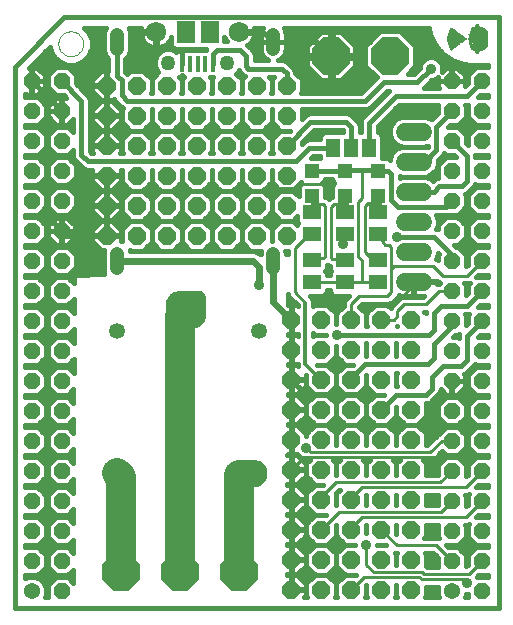
<source format=gtl>
G75*
%MOIN*%
%OFA0B0*%
%FSLAX24Y24*%
%IPPOS*%
%LPD*%
%AMOC8*
5,1,8,0,0,1.08239X$1,22.5*
%
%ADD10C,0.0160*%
%ADD11C,0.0000*%
%ADD12C,0.0540*%
%ADD13OC8,0.0540*%
%ADD14OC8,0.1250*%
%ADD15C,0.0472*%
%ADD16R,0.0472X0.0472*%
%ADD17R,0.0591X0.0512*%
%ADD18C,0.0531*%
%ADD19OC8,0.0600*%
%ADD20C,0.0600*%
%ADD21R,0.0004X0.0421*%
%ADD22R,0.0004X0.0465*%
%ADD23R,0.0004X0.0492*%
%ADD24R,0.0004X0.0516*%
%ADD25R,0.0004X0.0531*%
%ADD26R,0.0004X0.0547*%
%ADD27R,0.0004X0.0563*%
%ADD28R,0.0004X0.0575*%
%ADD29R,0.0004X0.0587*%
%ADD30R,0.0004X0.0598*%
%ADD31R,0.0004X0.0610*%
%ADD32R,0.0004X0.0618*%
%ADD33R,0.0004X0.0626*%
%ADD34R,0.0004X0.0638*%
%ADD35R,0.0004X0.0646*%
%ADD36R,0.0004X0.0650*%
%ADD37R,0.0004X0.0657*%
%ADD38R,0.0004X0.0665*%
%ADD39R,0.0004X0.0673*%
%ADD40R,0.0004X0.0677*%
%ADD41R,0.0004X0.0685*%
%ADD42R,0.0004X0.0689*%
%ADD43R,0.0004X0.0693*%
%ADD44R,0.0004X0.0701*%
%ADD45R,0.0004X0.0705*%
%ADD46R,0.0004X0.0709*%
%ADD47R,0.0004X0.0717*%
%ADD48R,0.0004X0.0720*%
%ADD49R,0.0004X0.0724*%
%ADD50R,0.0004X0.0728*%
%ADD51R,0.0004X0.0732*%
%ADD52R,0.0004X0.0736*%
%ADD53R,0.0004X0.0740*%
%ADD54R,0.0004X0.0744*%
%ADD55R,0.0004X0.0748*%
%ADD56R,0.0004X0.0752*%
%ADD57R,0.0004X0.0756*%
%ADD58R,0.0004X0.0760*%
%ADD59R,0.0004X0.0764*%
%ADD60R,0.0004X0.0768*%
%ADD61R,0.0004X0.0772*%
%ADD62R,0.0004X0.0776*%
%ADD63R,0.0004X0.0780*%
%ADD64R,0.0004X0.0783*%
%ADD65R,0.0004X0.0787*%
%ADD66R,0.0004X0.0791*%
%ADD67R,0.0004X0.0795*%
%ADD68R,0.0004X0.0799*%
%ADD69R,0.0004X0.0803*%
%ADD70R,0.0004X0.0807*%
%ADD71R,0.0004X0.0811*%
%ADD72R,0.0004X0.0815*%
%ADD73R,0.0004X0.0819*%
%ADD74R,0.0004X0.0823*%
%ADD75R,0.0004X0.0827*%
%ADD76R,0.0004X0.0831*%
%ADD77R,0.0004X0.0835*%
%ADD78R,0.0004X0.0839*%
%ADD79R,0.0004X0.0909*%
%ADD80R,0.0004X0.0937*%
%ADD81R,0.0004X0.0953*%
%ADD82R,0.0004X0.0961*%
%ADD83R,0.0004X0.0969*%
%ADD84R,0.0004X0.0976*%
%ADD85R,0.0004X0.0980*%
%ADD86R,0.0004X0.0984*%
%ADD87R,0.0004X0.0965*%
%ADD88R,0.0004X0.0957*%
%ADD89R,0.0004X0.0945*%
%ADD90R,0.0004X0.0921*%
%ADD91R,0.0004X0.0232*%
%ADD92R,0.0004X0.0555*%
%ADD93R,0.0004X0.0224*%
%ADD94R,0.0004X0.0543*%
%ADD95R,0.0004X0.0539*%
%ADD96R,0.0004X0.0220*%
%ADD97R,0.0004X0.0535*%
%ADD98R,0.0004X0.0528*%
%ADD99R,0.0004X0.0520*%
%ADD100R,0.0004X0.0512*%
%ADD101R,0.0004X0.0500*%
%ADD102R,0.0004X0.0488*%
%ADD103R,0.0004X0.0484*%
%ADD104R,0.0004X0.0476*%
%ADD105R,0.0004X0.0449*%
%ADD106R,0.0004X0.0370*%
%ADD107R,0.0004X0.0043*%
%ADD108R,0.0004X0.0228*%
%ADD109R,0.0004X0.0358*%
%ADD110R,0.0004X0.0350*%
%ADD111R,0.0004X0.0343*%
%ADD112R,0.0004X0.0331*%
%ADD113R,0.0004X0.0319*%
%ADD114R,0.0004X0.0311*%
%ADD115R,0.0004X0.0307*%
%ADD116R,0.0004X0.0303*%
%ADD117R,0.0004X0.0063*%
%ADD118R,0.0004X0.0130*%
%ADD119R,0.0004X0.0445*%
%ADD120R,0.0004X0.0437*%
%ADD121R,0.0004X0.0433*%
%ADD122R,0.0004X0.0362*%
%ADD123R,0.0004X0.0047*%
%ADD124R,0.0004X0.0354*%
%ADD125R,0.0004X0.0031*%
%ADD126R,0.0004X0.0346*%
%ADD127R,0.0004X0.0339*%
%ADD128R,0.0004X0.0055*%
%ADD129R,0.0004X0.0177*%
%ADD130R,0.0004X0.0035*%
%ADD131R,0.0004X0.0161*%
%ADD132R,0.0004X0.0051*%
%ADD133R,0.0004X0.0142*%
%ADD134R,0.0004X0.0118*%
%ADD135R,0.0004X0.0091*%
%ADD136R,0.0004X0.0024*%
%ADD137R,0.0004X0.0020*%
%ADD138R,0.0004X0.0008*%
%ADD139R,0.0004X0.0004*%
%ADD140R,0.0004X0.0012*%
%ADD141R,0.0004X0.0028*%
%ADD142R,0.0004X0.0059*%
%ADD143R,0.0004X0.0067*%
%ADD144R,0.0004X0.0075*%
%ADD145R,0.0004X0.0083*%
%ADD146R,0.0004X0.0098*%
%ADD147R,0.0004X0.0106*%
%ADD148R,0.0004X0.0114*%
%ADD149R,0.0004X0.0122*%
%ADD150R,0.0004X0.0138*%
%ADD151R,0.0004X0.0146*%
%ADD152R,0.0004X0.0154*%
%ADD153R,0.0004X0.0165*%
%ADD154R,0.0004X0.0169*%
%ADD155R,0.0004X0.0185*%
%ADD156R,0.0004X0.0189*%
%ADD157R,0.0004X0.0193*%
%ADD158R,0.0004X0.0201*%
%ADD159R,0.0004X0.0209*%
%ADD160R,0.0004X0.0213*%
%ADD161R,0.0004X0.0217*%
%ADD162R,0.0004X0.0236*%
%ADD163R,0.0004X0.0240*%
%ADD164R,0.0004X0.0248*%
%ADD165R,0.0004X0.0256*%
%ADD166R,0.0004X0.0264*%
%ADD167R,0.0004X0.0272*%
%ADD168R,0.0004X0.0280*%
%ADD169R,0.0004X0.0287*%
%ADD170R,0.0004X0.0295*%
%ADD171R,0.0004X0.0299*%
%ADD172R,0.0004X0.0126*%
%ADD173R,0.0004X0.0157*%
%ADD174R,0.0004X0.0134*%
%ADD175R,0.0004X0.0173*%
%ADD176R,0.0004X0.0366*%
%ADD177R,0.0004X0.0374*%
%ADD178R,0.0004X0.0382*%
%ADD179R,0.0004X0.0390*%
%ADD180R,0.0004X0.0394*%
%ADD181R,0.0004X0.0398*%
%ADD182R,0.0004X0.0406*%
%ADD183R,0.0004X0.0409*%
%ADD184R,0.0004X0.0417*%
%ADD185R,0.0004X0.0429*%
%ADD186R,0.0004X0.0441*%
%ADD187R,0.0004X0.0453*%
%ADD188R,0.0004X0.0457*%
%ADD189R,0.0004X0.0469*%
%ADD190R,0.0004X0.0480*%
%ADD191R,0.0004X0.0504*%
%ADD192R,0.0004X0.0508*%
%ADD193R,0.0004X0.0551*%
%ADD194R,0.0004X0.0567*%
%ADD195R,0.0004X0.0579*%
%ADD196R,0.0004X0.0413*%
%ADD197R,0.0004X0.0425*%
%ADD198R,0.0004X0.0181*%
%ADD199R,0.0004X0.0634*%
%ADD200R,0.0004X0.0654*%
%ADD201R,0.0004X0.0661*%
%ADD202R,0.0004X0.0669*%
%ADD203R,0.0004X0.0697*%
%ADD204R,0.0004X0.0244*%
%ADD205R,0.0004X0.0252*%
%ADD206R,0.0004X0.0461*%
%ADD207R,0.0004X0.0094*%
%ADD208R,0.0004X0.0622*%
%ADD209R,0.0004X0.0102*%
%ADD210R,0.0004X0.0630*%
%ADD211R,0.0004X0.0614*%
%ADD212R,0.0004X0.0583*%
%ADD213R,0.0004X0.0327*%
%ADD214R,0.0157X0.0531*%
%ADD215R,0.0591X0.0748*%
%ADD216C,0.0679*%
%ADD217C,0.0502*%
%ADD218R,0.0460X0.0630*%
%ADD219C,0.0100*%
%ADD220C,0.0356*%
%ADD221C,0.0240*%
%ADD222C,0.0120*%
%ADD223C,0.1000*%
%ADD224C,0.0400*%
D10*
X002057Y000180D02*
X018199Y000180D01*
X018199Y019865D01*
X003710Y019865D01*
X002057Y018211D01*
X002057Y000180D01*
X002417Y001156D02*
X002417Y001281D01*
X002433Y001265D01*
X002823Y001265D01*
X003098Y001540D01*
X003098Y001930D01*
X002823Y002205D01*
X002433Y002205D01*
X002417Y002189D01*
X002417Y002281D01*
X002433Y002265D01*
X002823Y002265D01*
X003098Y002540D01*
X003098Y002930D01*
X002823Y003205D01*
X002433Y003205D01*
X002417Y003189D01*
X002417Y003281D01*
X002433Y003265D01*
X002823Y003265D01*
X003098Y003540D01*
X003098Y003930D01*
X002823Y004205D01*
X002433Y004205D01*
X002417Y004189D01*
X002417Y004281D01*
X002433Y004265D01*
X002823Y004265D01*
X003098Y004540D01*
X003098Y004930D01*
X002823Y005205D01*
X002433Y005205D01*
X002417Y005189D01*
X002417Y005281D01*
X002433Y005265D01*
X002823Y005265D01*
X003098Y005540D01*
X003098Y005930D01*
X002823Y006205D01*
X002433Y006205D01*
X002417Y006189D01*
X002417Y006281D01*
X002433Y006265D01*
X002823Y006265D01*
X003098Y006540D01*
X003098Y006930D01*
X002823Y007205D01*
X002433Y007205D01*
X002417Y007189D01*
X002417Y007281D01*
X002433Y007265D01*
X002823Y007265D01*
X003098Y007540D01*
X003098Y007930D01*
X002823Y008205D01*
X002433Y008205D01*
X002417Y008189D01*
X002417Y008281D01*
X002433Y008265D01*
X002823Y008265D01*
X003098Y008540D01*
X003098Y008930D01*
X002823Y009205D01*
X002433Y009205D01*
X002417Y009189D01*
X002417Y009281D01*
X002433Y009265D01*
X002823Y009265D01*
X003098Y009540D01*
X003098Y009930D01*
X002823Y010205D01*
X002433Y010205D01*
X002417Y010189D01*
X002417Y010281D01*
X002433Y010265D01*
X002823Y010265D01*
X003098Y010540D01*
X003098Y010930D01*
X002823Y011205D01*
X002433Y011205D01*
X002417Y011189D01*
X002417Y011281D01*
X002433Y011265D01*
X002823Y011265D01*
X003098Y011540D01*
X003098Y011930D01*
X002823Y012205D01*
X002433Y012205D01*
X002417Y012189D01*
X002417Y012281D01*
X002433Y012265D01*
X002823Y012265D01*
X003098Y012540D01*
X003098Y012930D01*
X002823Y013205D01*
X002433Y013205D01*
X002417Y013189D01*
X002417Y013281D01*
X002433Y013265D01*
X002823Y013265D01*
X003098Y013540D01*
X003098Y013930D01*
X002823Y014205D01*
X002433Y014205D01*
X002417Y014189D01*
X002417Y014281D01*
X002433Y014265D01*
X002823Y014265D01*
X003098Y014540D01*
X003098Y014930D01*
X002823Y015205D01*
X002433Y015205D01*
X002417Y015189D01*
X002417Y015281D01*
X002433Y015265D01*
X002823Y015265D01*
X003098Y015540D01*
X003098Y015930D01*
X002823Y016205D01*
X002433Y016205D01*
X002417Y016189D01*
X002417Y016281D01*
X002433Y016265D01*
X002823Y016265D01*
X003098Y016540D01*
X003098Y016930D01*
X002823Y017205D01*
X002433Y017205D01*
X002417Y017189D01*
X002417Y017310D01*
X002441Y017285D01*
X002618Y017285D01*
X002618Y017725D01*
X002638Y017725D01*
X002638Y017745D01*
X003078Y017745D01*
X003078Y017922D01*
X002814Y018185D01*
X002638Y018185D01*
X002638Y017745D01*
X002618Y017745D01*
X002618Y018185D01*
X002540Y018185D01*
X003234Y018879D01*
X003234Y018841D01*
X003339Y018586D01*
X003534Y018391D01*
X003789Y018286D01*
X004065Y018286D01*
X004320Y018391D01*
X004515Y018586D01*
X004620Y018841D01*
X004620Y019117D01*
X004515Y019372D01*
X004382Y019505D01*
X005093Y019505D01*
X005037Y019370D01*
X005037Y018724D01*
X005104Y018564D01*
X005185Y018482D01*
X005185Y018066D01*
X005140Y018066D01*
X005140Y017606D01*
X005100Y017606D01*
X005100Y018066D01*
X004921Y018066D01*
X004640Y017784D01*
X004640Y017606D01*
X005100Y017606D01*
X005100Y017566D01*
X004640Y017566D01*
X004640Y017387D01*
X004921Y017106D01*
X005100Y017106D01*
X005100Y017566D01*
X005140Y017566D01*
X005140Y017106D01*
X005319Y017106D01*
X005365Y017151D01*
X005383Y017108D01*
X005579Y016911D01*
X005658Y016832D01*
X005659Y016832D01*
X005620Y016793D01*
X005620Y016378D01*
X005913Y016086D01*
X006327Y016086D01*
X006620Y016378D01*
X006913Y016086D01*
X007327Y016086D01*
X007620Y016378D01*
X007913Y016086D01*
X008327Y016086D01*
X008620Y016378D01*
X008913Y016086D01*
X009327Y016086D01*
X009620Y016378D01*
X009913Y016086D01*
X010327Y016086D01*
X010620Y016378D01*
X010913Y016086D01*
X011224Y016086D01*
X011224Y016086D01*
X010913Y016086D01*
X010620Y015793D01*
X010620Y015378D01*
X010620Y015793D01*
X010327Y016086D01*
X009913Y016086D01*
X009620Y015793D01*
X009620Y015378D01*
X009620Y015793D01*
X009327Y016086D01*
X008913Y016086D01*
X008620Y015793D01*
X008620Y015378D01*
X008620Y015793D01*
X008327Y016086D01*
X007913Y016086D01*
X007620Y015793D01*
X007620Y015378D01*
X007620Y015793D01*
X007327Y016086D01*
X006913Y016086D01*
X006620Y015793D01*
X006620Y015378D01*
X006620Y015793D01*
X006327Y016086D01*
X005913Y016086D01*
X005620Y015793D01*
X005620Y015378D01*
X005656Y015342D01*
X005555Y015342D01*
X005600Y015387D01*
X005600Y015566D01*
X005140Y015566D01*
X005140Y015606D01*
X005100Y015606D01*
X005100Y016066D01*
X004921Y016066D01*
X004640Y015784D01*
X004640Y015606D01*
X005100Y015606D01*
X005100Y015566D01*
X004640Y015566D01*
X004640Y015387D01*
X004685Y015342D01*
X004614Y015342D01*
X004561Y015394D01*
X004561Y017137D01*
X004519Y017240D01*
X004440Y017319D01*
X004098Y017661D01*
X004098Y017930D01*
X003823Y018205D01*
X003433Y018205D01*
X003158Y017930D01*
X003158Y017540D01*
X003433Y017265D01*
X003702Y017265D01*
X003782Y017185D01*
X003638Y017185D01*
X003638Y016745D01*
X003618Y016745D01*
X003618Y017185D01*
X003441Y017185D01*
X003178Y016922D01*
X003178Y016745D01*
X003618Y016745D01*
X003618Y016725D01*
X003638Y016725D01*
X003638Y016285D01*
X003814Y016285D01*
X004001Y016472D01*
X004001Y016026D01*
X003823Y016205D01*
X003433Y016205D01*
X003158Y015930D01*
X003158Y015540D01*
X003433Y015265D01*
X003823Y015265D01*
X004001Y015444D01*
X004001Y015223D01*
X004044Y015120D01*
X004123Y015041D01*
X004339Y014825D01*
X004442Y014782D01*
X004640Y014782D01*
X004640Y014606D01*
X005100Y014606D01*
X005100Y014566D01*
X004640Y014566D01*
X004640Y014387D01*
X004921Y014106D01*
X005100Y014106D01*
X005100Y014566D01*
X005140Y014566D01*
X005140Y014606D01*
X005600Y014606D01*
X005600Y014782D01*
X005620Y014782D01*
X005620Y014378D01*
X005913Y014086D01*
X006327Y014086D01*
X006620Y014378D01*
X006913Y014086D01*
X007327Y014086D01*
X007620Y014378D01*
X007913Y014086D01*
X008327Y014086D01*
X008620Y014378D01*
X008913Y014086D01*
X009327Y014086D01*
X009620Y014378D01*
X009913Y014086D01*
X010327Y014086D01*
X010620Y014378D01*
X010913Y014086D01*
X011327Y014086D01*
X011596Y014354D01*
X011617Y014334D01*
X011522Y014239D01*
X011522Y013890D01*
X011327Y014086D01*
X010913Y014086D01*
X010620Y013793D01*
X010620Y013378D01*
X010327Y013086D01*
X009913Y013086D01*
X009620Y013378D01*
X009620Y013793D01*
X009913Y014086D01*
X010327Y014086D01*
X010620Y013793D01*
X010620Y013378D01*
X010913Y013086D01*
X011327Y013086D01*
X011463Y013222D01*
X011463Y013030D01*
X011499Y012995D01*
X011463Y012960D01*
X011463Y012949D01*
X011327Y013086D01*
X010913Y013086D01*
X010620Y012793D01*
X010620Y012396D01*
X010620Y012396D01*
X010620Y012793D01*
X010327Y013086D01*
X009913Y013086D01*
X009620Y012793D01*
X009620Y012378D01*
X009327Y012086D01*
X008913Y012086D01*
X008620Y012378D01*
X008620Y012793D01*
X008913Y013086D01*
X009327Y013086D01*
X009620Y013378D01*
X009620Y013793D01*
X009327Y014086D01*
X008913Y014086D01*
X008620Y013793D01*
X008620Y013378D01*
X008913Y013086D01*
X009327Y013086D01*
X009620Y012793D01*
X009620Y012378D01*
X009913Y012086D01*
X010269Y012086D01*
X010268Y012081D01*
X010257Y012016D01*
X010257Y011974D01*
X010223Y011974D01*
X010179Y012018D01*
X010062Y012067D01*
X005910Y012067D01*
X005910Y012070D01*
X005896Y012102D01*
X005913Y012086D01*
X006327Y012086D01*
X006620Y012378D01*
X006913Y012086D01*
X007327Y012086D01*
X007620Y012378D01*
X007913Y012086D01*
X008327Y012086D01*
X008620Y012378D01*
X008620Y012793D01*
X008327Y013086D01*
X008620Y013378D01*
X008620Y013793D01*
X008327Y014086D01*
X007913Y014086D01*
X007620Y013793D01*
X007620Y013378D01*
X007913Y013086D01*
X008327Y013086D01*
X007913Y013086D01*
X007620Y012793D01*
X007620Y012378D01*
X007620Y012793D01*
X007327Y013086D01*
X007620Y013378D01*
X007620Y013793D01*
X007327Y014086D01*
X006913Y014086D01*
X006620Y013793D01*
X006620Y013378D01*
X006913Y013086D01*
X007327Y013086D01*
X006913Y013086D01*
X006620Y012793D01*
X006620Y012378D01*
X006620Y012793D01*
X006327Y013086D01*
X006620Y013378D01*
X006620Y013793D01*
X006327Y014086D01*
X005913Y014086D01*
X005620Y013793D01*
X005620Y013378D01*
X005913Y013086D01*
X006327Y013086D01*
X005913Y013086D01*
X005620Y012793D01*
X005620Y012395D01*
X005600Y012403D01*
X005600Y012566D01*
X005140Y012566D01*
X005140Y012606D01*
X005100Y012606D01*
X005100Y013066D01*
X004921Y013066D01*
X004640Y012784D01*
X004640Y012606D01*
X005100Y012606D01*
X005100Y012566D01*
X004640Y012566D01*
X004640Y012387D01*
X004921Y012106D01*
X005052Y012106D01*
X005037Y012070D01*
X005037Y011991D01*
X005029Y011991D01*
X005029Y011302D01*
X004025Y011282D01*
X004025Y011003D01*
X003823Y011205D01*
X003433Y011205D01*
X003158Y010930D01*
X003158Y010540D01*
X003433Y010265D01*
X003823Y010265D01*
X004024Y010467D01*
X004023Y010004D01*
X003823Y010205D01*
X003433Y010205D01*
X003158Y009930D01*
X003158Y009540D01*
X003433Y009265D01*
X003823Y009265D01*
X004022Y009465D01*
X004021Y009006D01*
X003823Y009205D01*
X003433Y009205D01*
X003158Y008930D01*
X003158Y008540D01*
X003433Y008265D01*
X003823Y008265D01*
X004020Y008463D01*
X004020Y008008D01*
X003823Y008205D01*
X003433Y008205D01*
X003158Y007930D01*
X003158Y007540D01*
X003433Y007265D01*
X003823Y007265D01*
X004019Y007461D01*
X004018Y007010D01*
X003823Y007205D01*
X003433Y007205D01*
X003158Y006930D01*
X003158Y006540D01*
X003433Y006265D01*
X003823Y006265D01*
X004017Y006460D01*
X004016Y006012D01*
X003823Y006205D01*
X003433Y006205D01*
X003158Y005930D01*
X003158Y005540D01*
X003433Y005265D01*
X003823Y005265D01*
X004015Y005458D01*
X004014Y005013D01*
X003823Y005205D01*
X003433Y005205D01*
X003158Y004930D01*
X003158Y004540D01*
X003433Y004265D01*
X003823Y004265D01*
X004013Y004456D01*
X004013Y004015D01*
X003823Y004205D01*
X003433Y004205D01*
X003158Y003930D01*
X003158Y003540D01*
X003433Y003265D01*
X003823Y003265D01*
X004012Y003454D01*
X004011Y003017D01*
X003823Y003205D01*
X003433Y003205D01*
X003158Y002930D01*
X003158Y002540D01*
X003433Y002265D01*
X003823Y002265D01*
X004010Y002452D01*
X004009Y002019D01*
X003823Y002205D01*
X003433Y002205D01*
X003158Y001930D01*
X003158Y001540D01*
X003433Y001265D01*
X003823Y001265D01*
X004008Y001451D01*
X004007Y001020D01*
X003823Y001205D01*
X003433Y001205D01*
X003158Y000930D01*
X003158Y000540D01*
X003056Y000540D01*
X003098Y000642D01*
X003098Y000829D01*
X003026Y001001D01*
X002894Y001134D01*
X002721Y001205D01*
X002534Y001205D01*
X002417Y001156D01*
X002847Y001290D02*
X003409Y001290D01*
X003359Y001131D02*
X002897Y001131D01*
X003038Y000973D02*
X003201Y000973D01*
X003158Y000814D02*
X003098Y000814D01*
X003098Y000656D02*
X003158Y000656D01*
X003158Y000540D02*
X003158Y000540D01*
X003897Y001131D02*
X004007Y001131D01*
X004008Y001290D02*
X003847Y001290D01*
X004005Y001448D02*
X004008Y001448D01*
X004009Y002082D02*
X003946Y002082D01*
X004009Y002241D02*
X002417Y002241D01*
X002946Y002082D02*
X003310Y002082D01*
X003158Y001924D02*
X003098Y001924D01*
X003098Y001765D02*
X003158Y001765D01*
X003158Y001607D02*
X003098Y001607D01*
X003005Y001448D02*
X003250Y001448D01*
X003299Y002399D02*
X002956Y002399D01*
X003098Y002558D02*
X003158Y002558D01*
X003158Y002716D02*
X003098Y002716D01*
X003098Y002875D02*
X003158Y002875D01*
X003261Y003033D02*
X002995Y003033D01*
X002836Y003192D02*
X003420Y003192D01*
X003348Y003350D02*
X002907Y003350D01*
X003066Y003509D02*
X003190Y003509D01*
X003158Y003667D02*
X003098Y003667D01*
X003098Y003826D02*
X003158Y003826D01*
X003212Y003984D02*
X003044Y003984D01*
X002885Y004143D02*
X003371Y004143D01*
X003397Y004301D02*
X002858Y004301D01*
X003017Y004460D02*
X003239Y004460D01*
X003158Y004618D02*
X003098Y004618D01*
X003098Y004777D02*
X003158Y004777D01*
X003163Y004935D02*
X003093Y004935D01*
X002934Y005094D02*
X003322Y005094D01*
X003288Y005411D02*
X002968Y005411D01*
X003098Y005569D02*
X003158Y005569D01*
X003158Y005728D02*
X003098Y005728D01*
X003098Y005886D02*
X003158Y005886D01*
X003273Y006045D02*
X002983Y006045D01*
X002825Y006203D02*
X003431Y006203D01*
X003337Y006362D02*
X002919Y006362D01*
X003077Y006520D02*
X003178Y006520D01*
X003158Y006679D02*
X003098Y006679D01*
X003098Y006837D02*
X003158Y006837D01*
X003224Y006996D02*
X003032Y006996D01*
X002874Y007154D02*
X003382Y007154D01*
X003386Y007313D02*
X002870Y007313D01*
X003028Y007471D02*
X003227Y007471D01*
X003158Y007630D02*
X003098Y007630D01*
X003098Y007788D02*
X003158Y007788D01*
X003175Y007947D02*
X003081Y007947D01*
X002923Y008105D02*
X003333Y008105D01*
X003276Y008422D02*
X002979Y008422D01*
X003098Y008581D02*
X003158Y008581D01*
X003158Y008739D02*
X003098Y008739D01*
X003098Y008898D02*
X003158Y008898D01*
X003284Y009056D02*
X002972Y009056D01*
X002930Y009373D02*
X003325Y009373D01*
X003167Y009532D02*
X003089Y009532D01*
X003098Y009690D02*
X003158Y009690D01*
X003158Y009849D02*
X003098Y009849D01*
X003021Y010007D02*
X003235Y010007D01*
X003394Y010166D02*
X002862Y010166D01*
X002881Y010324D02*
X003374Y010324D01*
X003216Y010483D02*
X003040Y010483D01*
X003098Y010641D02*
X003158Y010641D01*
X003158Y010800D02*
X003098Y010800D01*
X003070Y010958D02*
X003186Y010958D01*
X003345Y011117D02*
X002911Y011117D01*
X002832Y011275D02*
X003423Y011275D01*
X003433Y011265D02*
X003823Y011265D01*
X004098Y011540D01*
X004098Y011930D01*
X003823Y012205D01*
X003433Y012205D01*
X003158Y011930D01*
X003158Y011540D01*
X003433Y011265D01*
X003265Y011434D02*
X002991Y011434D01*
X003098Y011592D02*
X003158Y011592D01*
X003158Y011751D02*
X003098Y011751D01*
X003098Y011909D02*
X003158Y011909D01*
X003296Y012068D02*
X002960Y012068D01*
X002942Y012385D02*
X003342Y012385D01*
X003441Y012285D02*
X003178Y012549D01*
X003178Y012725D01*
X003618Y012725D01*
X003638Y012725D01*
X003638Y012745D01*
X004078Y012745D01*
X004078Y012922D01*
X003814Y013185D01*
X003638Y013185D01*
X003638Y012745D01*
X003618Y012745D01*
X003618Y013185D01*
X003441Y013185D01*
X003178Y012922D01*
X003178Y012745D01*
X003618Y012745D01*
X003618Y012725D01*
X003618Y012285D01*
X003441Y012285D01*
X003638Y012285D02*
X003814Y012285D01*
X004078Y012549D01*
X004078Y012725D01*
X003638Y012725D01*
X003638Y012285D01*
X003638Y012385D02*
X003618Y012385D01*
X003618Y012543D02*
X003638Y012543D01*
X003777Y012586D02*
X003628Y012735D01*
X003120Y013243D01*
X003120Y017227D01*
X003128Y017235D01*
X003628Y016735D01*
X003618Y016725D02*
X003618Y016285D01*
X003441Y016285D01*
X003178Y016549D01*
X003178Y016725D01*
X003618Y016725D01*
X003618Y016664D02*
X003638Y016664D01*
X003638Y016506D02*
X003618Y016506D01*
X003618Y016347D02*
X003638Y016347D01*
X003876Y016347D02*
X004001Y016347D01*
X004001Y016189D02*
X003839Y016189D01*
X003998Y016030D02*
X004001Y016030D01*
X004561Y016030D02*
X004886Y016030D01*
X004921Y016106D02*
X005100Y016106D01*
X005100Y016566D01*
X004640Y016566D01*
X004640Y016387D01*
X004921Y016106D01*
X004838Y016189D02*
X004561Y016189D01*
X004561Y016347D02*
X004680Y016347D01*
X004640Y016506D02*
X004561Y016506D01*
X004640Y016606D02*
X005100Y016606D01*
X005100Y017066D01*
X004921Y017066D01*
X004640Y016784D01*
X004640Y016606D01*
X004640Y016664D02*
X004561Y016664D01*
X004561Y016823D02*
X004678Y016823D01*
X004561Y016981D02*
X004837Y016981D01*
X004887Y017140D02*
X004560Y017140D01*
X004461Y017298D02*
X004729Y017298D01*
X004640Y017457D02*
X004302Y017457D01*
X004144Y017615D02*
X004640Y017615D01*
X004640Y017774D02*
X004098Y017774D01*
X004096Y017932D02*
X004788Y017932D01*
X005100Y017932D02*
X005140Y017932D01*
X005140Y017774D02*
X005100Y017774D01*
X005100Y017615D02*
X005140Y017615D01*
X005140Y017457D02*
X005100Y017457D01*
X005100Y017298D02*
X005140Y017298D01*
X005140Y017140D02*
X005100Y017140D01*
X005140Y017066D02*
X005319Y017066D01*
X005600Y016784D01*
X005600Y016606D01*
X005140Y016606D01*
X005100Y016606D01*
X005100Y016566D01*
X005140Y016566D01*
X005140Y016606D01*
X005140Y017066D01*
X005140Y016981D02*
X005100Y016981D01*
X005100Y016823D02*
X005140Y016823D01*
X005140Y016664D02*
X005100Y016664D01*
X005140Y016566D02*
X005600Y016566D01*
X005600Y016387D01*
X005319Y016106D01*
X005140Y016106D01*
X005140Y016566D01*
X005140Y016506D02*
X005100Y016506D01*
X005100Y016347D02*
X005140Y016347D01*
X005140Y016189D02*
X005100Y016189D01*
X005140Y016066D02*
X005319Y016066D01*
X005600Y015784D01*
X005600Y015606D01*
X005140Y015606D01*
X005140Y016066D01*
X005140Y016030D02*
X005100Y016030D01*
X005100Y015872D02*
X005140Y015872D01*
X005140Y015713D02*
X005100Y015713D01*
X004727Y015872D02*
X004561Y015872D01*
X004561Y015713D02*
X004640Y015713D01*
X004640Y015555D02*
X004561Y015555D01*
X004561Y015396D02*
X004640Y015396D01*
X004498Y015062D02*
X004281Y015278D01*
X004281Y017082D01*
X003628Y017735D01*
X003937Y018091D02*
X005185Y018091D01*
X005185Y018249D02*
X002604Y018249D01*
X002618Y018091D02*
X002638Y018091D01*
X002638Y017932D02*
X002618Y017932D01*
X002618Y017774D02*
X002638Y017774D01*
X002628Y017735D02*
X003128Y017235D01*
X003242Y017457D02*
X002986Y017457D01*
X003078Y017549D02*
X002814Y017285D01*
X002638Y017285D01*
X002638Y017725D01*
X003078Y017725D01*
X003078Y017549D01*
X003078Y017615D02*
X003158Y017615D01*
X003158Y017774D02*
X003078Y017774D01*
X003067Y017932D02*
X003160Y017932D01*
X003319Y018091D02*
X002909Y018091D01*
X002762Y018408D02*
X003518Y018408D01*
X003360Y018566D02*
X002921Y018566D01*
X003079Y018725D02*
X003282Y018725D01*
X002638Y017615D02*
X002618Y017615D01*
X002618Y017457D02*
X002638Y017457D01*
X002638Y017298D02*
X002618Y017298D01*
X002429Y017298D02*
X002417Y017298D01*
X002827Y017298D02*
X003400Y017298D01*
X003396Y017140D02*
X002888Y017140D01*
X003047Y016981D02*
X003237Y016981D01*
X003178Y016823D02*
X003098Y016823D01*
X003098Y016664D02*
X003178Y016664D01*
X003221Y016506D02*
X003063Y016506D01*
X002904Y016347D02*
X003380Y016347D01*
X003417Y016189D02*
X002839Y016189D01*
X002998Y016030D02*
X003258Y016030D01*
X003158Y015872D02*
X003098Y015872D01*
X003098Y015713D02*
X003158Y015713D01*
X003158Y015555D02*
X003098Y015555D01*
X002953Y015396D02*
X003302Y015396D01*
X003433Y015205D02*
X003158Y014930D01*
X003158Y014540D01*
X003433Y014265D01*
X003823Y014265D01*
X004098Y014540D01*
X004098Y014930D01*
X003823Y015205D01*
X003433Y015205D01*
X003307Y015079D02*
X002949Y015079D01*
X003098Y014921D02*
X003158Y014921D01*
X003158Y014762D02*
X003098Y014762D01*
X003098Y014604D02*
X003158Y014604D01*
X003253Y014445D02*
X003002Y014445D01*
X002844Y014287D02*
X003412Y014287D01*
X003433Y014205D02*
X003158Y013930D01*
X003158Y013540D01*
X003433Y013265D01*
X003823Y013265D01*
X004098Y013540D01*
X004098Y013930D01*
X003823Y014205D01*
X003433Y014205D01*
X003356Y014128D02*
X002900Y014128D01*
X003058Y013970D02*
X003198Y013970D01*
X003158Y013811D02*
X003098Y013811D01*
X003098Y013653D02*
X003158Y013653D01*
X003204Y013494D02*
X003051Y013494D01*
X002893Y013336D02*
X003363Y013336D01*
X003433Y013177D02*
X002851Y013177D01*
X003009Y013019D02*
X003275Y013019D01*
X003178Y012860D02*
X003098Y012860D01*
X003098Y012702D02*
X003178Y012702D01*
X003184Y012543D02*
X003098Y012543D01*
X003618Y012702D02*
X003638Y012702D01*
X003638Y012860D02*
X003618Y012860D01*
X003618Y013019D02*
X003638Y013019D01*
X003638Y013177D02*
X003618Y013177D01*
X003822Y013177D02*
X004850Y013177D01*
X004921Y013106D02*
X005100Y013106D01*
X005100Y013566D01*
X004640Y013566D01*
X004640Y013387D01*
X004921Y013106D01*
X004874Y013019D02*
X003981Y013019D01*
X004078Y012860D02*
X004716Y012860D01*
X004640Y012702D02*
X004078Y012702D01*
X004072Y012543D02*
X004640Y012543D01*
X004642Y012385D02*
X003914Y012385D01*
X003777Y012586D02*
X005120Y012586D01*
X005140Y012606D02*
X005140Y013066D01*
X005319Y013066D01*
X005600Y012784D01*
X005600Y012606D01*
X005140Y012606D01*
X005140Y012702D02*
X005100Y012702D01*
X005100Y012860D02*
X005140Y012860D01*
X005140Y013019D02*
X005100Y013019D01*
X005140Y013106D02*
X005319Y013106D01*
X005600Y013387D01*
X005600Y013566D01*
X005140Y013566D01*
X005140Y013606D01*
X005100Y013606D01*
X005100Y014066D01*
X004921Y014066D01*
X004640Y013784D01*
X004640Y013606D01*
X005100Y013606D01*
X005100Y013566D01*
X005140Y013566D01*
X005140Y013106D01*
X005140Y013177D02*
X005100Y013177D01*
X005100Y013336D02*
X005140Y013336D01*
X005140Y013494D02*
X005100Y013494D01*
X005140Y013606D02*
X005600Y013606D01*
X005600Y013784D01*
X005319Y014066D01*
X005140Y014066D01*
X005140Y013606D01*
X005140Y013653D02*
X005100Y013653D01*
X005100Y013811D02*
X005140Y013811D01*
X005140Y013970D02*
X005100Y013970D01*
X005140Y014106D02*
X005319Y014106D01*
X005600Y014387D01*
X005600Y014566D01*
X005140Y014566D01*
X005140Y014106D01*
X005140Y014128D02*
X005100Y014128D01*
X005100Y014287D02*
X005140Y014287D01*
X005140Y014445D02*
X005100Y014445D01*
X005100Y014604D02*
X004098Y014604D01*
X004098Y014762D02*
X004640Y014762D01*
X004498Y015062D02*
X011427Y015062D01*
X011880Y015515D01*
X012677Y015515D01*
X012247Y015795D02*
X012247Y015912D01*
X012365Y016030D01*
X012997Y016030D01*
X011960Y016030D01*
X012031Y016101D02*
X012984Y016101D01*
X012997Y016088D01*
X012997Y016030D01*
X013277Y016204D02*
X013100Y016381D01*
X011915Y016381D01*
X011120Y015586D01*
X011620Y015651D02*
X011620Y015690D01*
X012031Y016101D01*
X012247Y015872D02*
X011802Y015872D01*
X011824Y015795D02*
X011721Y015752D01*
X011620Y015651D01*
X011643Y015713D02*
X011682Y015713D01*
X011824Y015795D02*
X012247Y015795D01*
X012247Y015235D02*
X011996Y015235D01*
X011944Y015183D01*
X012247Y015183D01*
X012247Y015235D01*
X011959Y014747D02*
X013061Y014747D01*
X013100Y014786D01*
X013612Y014786D01*
X014045Y014786D01*
X014183Y014727D01*
X014085Y014727D01*
X014183Y014727D02*
X014518Y014727D01*
X014616Y014629D01*
X014616Y013763D01*
X014833Y013546D01*
X016439Y013546D01*
X016628Y013735D01*
X017098Y013811D02*
X017158Y013811D01*
X017158Y013930D02*
X017158Y013540D01*
X017433Y013265D01*
X017823Y013265D01*
X017839Y013281D01*
X017839Y013189D01*
X017823Y013205D01*
X017433Y013205D01*
X017158Y012930D01*
X017158Y012540D01*
X017433Y012265D01*
X017823Y012265D01*
X017839Y012281D01*
X017839Y012189D01*
X017823Y012205D01*
X017433Y012205D01*
X017158Y011930D01*
X017158Y011619D01*
X017098Y011559D01*
X017098Y011930D01*
X016823Y012205D01*
X016766Y012205D01*
X016706Y012265D01*
X016823Y012265D01*
X017098Y012540D01*
X017098Y012930D01*
X016823Y013205D01*
X016433Y013205D01*
X016158Y012930D01*
X016158Y012794D01*
X016109Y012814D01*
X016164Y012947D01*
X016164Y013146D01*
X016114Y013266D01*
X016432Y013266D01*
X016433Y013265D01*
X016823Y013265D01*
X017098Y013540D01*
X017098Y013930D01*
X017061Y013966D01*
X017137Y013998D01*
X017373Y014234D01*
X017400Y014298D01*
X017433Y014265D01*
X017823Y014265D01*
X017839Y014281D01*
X017839Y014189D01*
X017823Y014205D01*
X017433Y014205D01*
X017158Y013930D01*
X017198Y013970D02*
X017069Y013970D01*
X017267Y014128D02*
X017356Y014128D01*
X017395Y014287D02*
X017412Y014287D01*
X017136Y014393D02*
X016978Y014235D01*
X016210Y014235D01*
X016022Y014046D01*
X015364Y014046D01*
X014965Y014546D02*
X014896Y014518D01*
X014896Y014575D01*
X014965Y014546D01*
X015763Y014546D01*
X015947Y014470D01*
X015998Y014419D01*
X016052Y014472D01*
X016155Y014515D01*
X016183Y014515D01*
X016158Y014540D01*
X016158Y014930D01*
X016433Y015205D01*
X016762Y015205D01*
X016702Y015265D01*
X016433Y015265D01*
X016370Y015328D01*
X016349Y015277D01*
X016271Y015199D01*
X016164Y015092D01*
X016164Y014947D01*
X016088Y014763D01*
X015947Y014622D01*
X015763Y014546D01*
X014965Y014546D01*
X015364Y015046D02*
X015722Y015046D01*
X016112Y015436D01*
X016112Y016219D01*
X016628Y016735D01*
X017098Y016664D02*
X017158Y016664D01*
X017158Y016540D02*
X017433Y016265D01*
X017823Y016265D01*
X017839Y016281D01*
X017839Y016189D01*
X017823Y016205D01*
X017433Y016205D01*
X017158Y015930D01*
X017158Y015601D01*
X017098Y015661D01*
X017098Y015930D01*
X016823Y016205D01*
X016494Y016205D01*
X016554Y016265D01*
X016823Y016265D01*
X017098Y016540D01*
X017098Y016930D01*
X017080Y016947D01*
X017175Y016947D01*
X017158Y016930D01*
X017158Y016540D01*
X017193Y016506D02*
X017063Y016506D01*
X016904Y016347D02*
X017351Y016347D01*
X017417Y016189D02*
X016839Y016189D01*
X016998Y016030D02*
X017258Y016030D01*
X017158Y015872D02*
X017098Y015872D01*
X017098Y015713D02*
X017158Y015713D01*
X017136Y015227D02*
X016628Y015735D01*
X016729Y015238D02*
X016310Y015238D01*
X016307Y015079D02*
X016164Y015079D01*
X016153Y014921D02*
X016158Y014921D01*
X016158Y014762D02*
X016087Y014762D01*
X016158Y014604D02*
X015902Y014604D01*
X015972Y014445D02*
X016024Y014445D01*
X016893Y013336D02*
X017363Y013336D01*
X017405Y013177D02*
X016851Y013177D01*
X017009Y013019D02*
X017247Y013019D01*
X017158Y012860D02*
X017098Y012860D01*
X017098Y012702D02*
X017158Y012702D01*
X017158Y012543D02*
X017098Y012543D01*
X016942Y012385D02*
X017314Y012385D01*
X017296Y012068D02*
X016960Y012068D01*
X017098Y011909D02*
X017158Y011909D01*
X017158Y011751D02*
X017098Y011751D01*
X017098Y011592D02*
X017131Y011592D01*
X017511Y011265D02*
X017823Y011265D01*
X017839Y011281D01*
X017839Y011189D01*
X017823Y011205D01*
X017451Y011205D01*
X017511Y011265D01*
X017246Y011018D02*
X017158Y010930D01*
X017158Y010661D01*
X017098Y010601D01*
X017098Y010930D01*
X017035Y010993D01*
X017185Y010993D01*
X017246Y011018D01*
X017186Y010958D02*
X017070Y010958D01*
X017098Y010800D02*
X017158Y010800D01*
X017138Y010641D02*
X017098Y010641D01*
X017132Y010239D02*
X016270Y010239D01*
X016033Y010003D01*
X016033Y009432D01*
X015876Y009274D01*
X012805Y009274D01*
X012777Y008896D02*
X012777Y008575D01*
X012777Y008896D01*
X012777Y008896D01*
X012777Y008739D02*
X012777Y008739D01*
X012777Y008581D02*
X012777Y008581D01*
X012777Y008575D02*
X013070Y008282D01*
X012777Y007989D01*
X012485Y008282D01*
X012131Y008282D01*
X012131Y008282D01*
X012485Y008282D01*
X012777Y008575D01*
X012624Y008422D02*
X012931Y008422D01*
X013070Y008282D02*
X013326Y008282D01*
X013326Y008282D01*
X013070Y008282D01*
X013051Y008264D02*
X012503Y008264D01*
X012662Y008105D02*
X012893Y008105D01*
X012777Y007989D02*
X012777Y007575D01*
X012777Y007989D01*
X012777Y007947D02*
X012777Y007947D01*
X012777Y007788D02*
X012777Y007788D01*
X012777Y007630D02*
X012777Y007630D01*
X012777Y007575D02*
X013070Y007282D01*
X012777Y006989D01*
X012485Y007282D01*
X012070Y007282D01*
X011777Y006989D01*
X011777Y006575D01*
X012070Y006282D01*
X011777Y005989D01*
X011777Y005893D01*
X011757Y005893D01*
X011757Y005981D01*
X011476Y006262D01*
X011297Y006262D01*
X011297Y005802D01*
X011257Y005802D01*
X011257Y006262D01*
X011154Y006262D01*
X011154Y006302D01*
X011257Y006302D01*
X011257Y006762D01*
X011297Y006762D01*
X011297Y006302D01*
X011476Y006302D01*
X011757Y006584D01*
X011757Y006762D01*
X011297Y006762D01*
X011297Y006802D01*
X011257Y006802D01*
X011257Y007262D01*
X011156Y007262D01*
X011156Y007302D01*
X011257Y007302D01*
X011257Y007762D01*
X011297Y007762D01*
X011297Y007302D01*
X011476Y007302D01*
X011757Y007584D01*
X011757Y007762D01*
X011297Y007762D01*
X011297Y007802D01*
X011257Y007802D01*
X011257Y008262D01*
X011158Y008262D01*
X011158Y008302D01*
X011257Y008302D01*
X011257Y008762D01*
X011297Y008762D01*
X011297Y008302D01*
X011476Y008302D01*
X011490Y008316D01*
X011490Y008258D01*
X011497Y008242D01*
X011476Y008262D01*
X011297Y008262D01*
X011297Y007802D01*
X011757Y007802D01*
X011757Y007949D01*
X011777Y007929D01*
X011777Y007575D01*
X012070Y007282D01*
X012485Y007282D01*
X012777Y007575D01*
X012673Y007471D02*
X012882Y007471D01*
X013040Y007313D02*
X012515Y007313D01*
X012613Y007154D02*
X012942Y007154D01*
X013070Y007282D02*
X013485Y007282D01*
X013777Y006989D01*
X013777Y006575D01*
X013485Y006282D01*
X013070Y006282D01*
X012777Y005989D01*
X012485Y006282D01*
X012070Y006282D01*
X012485Y006282D01*
X012777Y006575D01*
X012777Y006989D01*
X012777Y006575D01*
X013070Y006282D01*
X013485Y006282D01*
X013777Y005989D01*
X013777Y005607D01*
X013777Y005607D01*
X013777Y005989D01*
X014070Y006282D01*
X014485Y006282D01*
X014777Y005989D01*
X014777Y005607D01*
X014777Y005607D01*
X014777Y005989D01*
X015070Y006282D01*
X015485Y006282D01*
X015777Y005989D01*
X015777Y005607D01*
X015812Y005607D01*
X016152Y005947D01*
X016192Y005964D01*
X016433Y006205D01*
X016823Y006205D01*
X017098Y005930D01*
X017098Y005540D01*
X016823Y005265D01*
X016433Y005265D01*
X016305Y005393D01*
X016127Y005216D01*
X016057Y005145D01*
X015965Y005107D01*
X015660Y005107D01*
X015777Y004989D01*
X015777Y004607D01*
X016146Y004607D01*
X016158Y004619D01*
X016158Y004930D01*
X016433Y005205D01*
X016823Y005205D01*
X017098Y004930D01*
X017098Y004559D01*
X017158Y004619D01*
X017158Y004930D01*
X017433Y005205D01*
X017823Y005205D01*
X017839Y005189D01*
X017839Y005281D01*
X017823Y005265D01*
X017433Y005265D01*
X017158Y005540D01*
X017158Y005930D01*
X017433Y006205D01*
X017823Y006205D01*
X017839Y006189D01*
X017839Y006281D01*
X017823Y006265D01*
X017433Y006265D01*
X017158Y006540D01*
X017158Y006930D01*
X017433Y007205D01*
X017823Y007205D01*
X017839Y007189D01*
X017839Y007281D01*
X017823Y007265D01*
X017433Y007265D01*
X017158Y007540D01*
X017158Y007930D01*
X017433Y008205D01*
X017823Y008205D01*
X017839Y008189D01*
X017839Y008281D01*
X017823Y008265D01*
X017433Y008265D01*
X017389Y008309D01*
X017373Y008269D01*
X017294Y008191D01*
X017294Y008191D01*
X017176Y008073D01*
X017176Y008073D01*
X017097Y007994D01*
X017032Y007967D01*
X017078Y007922D01*
X017078Y007745D01*
X016638Y007745D01*
X016638Y007725D01*
X017078Y007725D01*
X017078Y007549D01*
X016814Y007285D01*
X016638Y007285D01*
X016638Y007725D01*
X016618Y007725D01*
X016618Y007285D01*
X016441Y007285D01*
X016254Y007472D01*
X016254Y007427D01*
X016212Y007325D01*
X016015Y007128D01*
X015936Y007049D01*
X015833Y007006D01*
X015761Y007006D01*
X015777Y006989D01*
X015777Y006575D01*
X015485Y006282D01*
X015070Y006282D01*
X014777Y006575D01*
X014777Y006886D01*
X014777Y006886D01*
X014777Y006575D01*
X014485Y006282D01*
X014070Y006282D01*
X013777Y006575D01*
X013777Y006989D01*
X014070Y007282D01*
X014381Y007282D01*
X014381Y007282D01*
X014070Y007282D01*
X013777Y007575D01*
X013485Y007282D01*
X013070Y007282D01*
X012783Y006996D02*
X012771Y006996D01*
X012777Y006837D02*
X012777Y006837D01*
X012777Y006679D02*
X012777Y006679D01*
X012722Y006520D02*
X012833Y006520D01*
X012991Y006362D02*
X012564Y006362D01*
X012564Y006203D02*
X012991Y006203D01*
X012832Y006045D02*
X012722Y006045D01*
X012777Y005989D02*
X012777Y005607D01*
X012777Y005607D01*
X012777Y005989D01*
X012777Y005886D02*
X012777Y005886D01*
X012777Y005728D02*
X012777Y005728D01*
X012660Y005107D02*
X012895Y005107D01*
X012777Y004989D01*
X012660Y005107D01*
X012673Y005094D02*
X012881Y005094D01*
X012777Y004989D02*
X012777Y004607D01*
X012777Y004989D01*
X012777Y004935D02*
X012777Y004935D01*
X012777Y004777D02*
X012777Y004777D01*
X012777Y004618D02*
X012777Y004618D01*
X012777Y004607D02*
X012777Y004607D01*
X012873Y004107D02*
X012895Y004107D01*
X012777Y003989D01*
X012766Y004000D01*
X012873Y004107D01*
X012777Y003989D02*
X012777Y003604D01*
X012777Y003604D01*
X012777Y003989D01*
X012777Y003984D02*
X012777Y003984D01*
X012777Y003826D02*
X012777Y003826D01*
X012777Y003667D02*
X012777Y003667D01*
X012424Y003282D02*
X012424Y003282D01*
X012070Y003282D01*
X011777Y002989D01*
X011777Y002575D01*
X012070Y002282D01*
X011777Y001989D01*
X011777Y001575D01*
X012070Y001282D01*
X011777Y000989D01*
X011777Y000575D01*
X011813Y000540D01*
X011714Y000540D01*
X011757Y000584D01*
X011757Y000762D01*
X011297Y000762D01*
X011297Y000802D01*
X011257Y000802D01*
X011257Y001262D01*
X011145Y001262D01*
X011145Y001302D01*
X011257Y001302D01*
X011257Y001762D01*
X011297Y001762D01*
X011297Y001302D01*
X011476Y001302D01*
X011757Y001584D01*
X011757Y001762D01*
X011297Y001762D01*
X011297Y001802D01*
X011257Y001802D01*
X011257Y002262D01*
X011147Y002262D01*
X011147Y002302D01*
X011257Y002302D01*
X011257Y002762D01*
X011297Y002762D01*
X011297Y002302D01*
X011476Y002302D01*
X011757Y002584D01*
X011757Y002762D01*
X011297Y002762D01*
X011297Y002802D01*
X011257Y002802D01*
X011257Y003262D01*
X011149Y003262D01*
X011149Y003302D01*
X011257Y003302D01*
X011257Y003762D01*
X011297Y003762D01*
X011297Y003302D01*
X011476Y003302D01*
X011757Y003584D01*
X011757Y003762D01*
X011297Y003762D01*
X011297Y003802D01*
X011257Y003802D01*
X011257Y004262D01*
X011151Y004262D01*
X011151Y004302D01*
X011257Y004302D01*
X011257Y004762D01*
X011297Y004762D01*
X011297Y004302D01*
X011476Y004302D01*
X011757Y004584D01*
X011757Y004762D01*
X011297Y004762D01*
X011297Y004802D01*
X011257Y004802D01*
X011257Y005262D01*
X011152Y005262D01*
X011153Y005302D01*
X011257Y005302D01*
X011257Y005762D01*
X011297Y005762D01*
X011297Y005302D01*
X011460Y005302D01*
X011461Y005300D01*
X011567Y005194D01*
X011706Y005137D01*
X011818Y005137D01*
X011889Y005107D01*
X011895Y005107D01*
X011777Y004989D01*
X011777Y004575D01*
X012070Y004282D01*
X011777Y003989D01*
X011777Y003575D01*
X012070Y003282D01*
X012424Y003282D01*
X012003Y003350D02*
X011524Y003350D01*
X011476Y003262D02*
X011297Y003262D01*
X011297Y002802D01*
X011757Y002802D01*
X011757Y002981D01*
X011476Y003262D01*
X011547Y003192D02*
X011979Y003192D01*
X011821Y003033D02*
X011706Y003033D01*
X011757Y002875D02*
X011777Y002875D01*
X011777Y002716D02*
X011757Y002716D01*
X011731Y002558D02*
X011795Y002558D01*
X011954Y002399D02*
X011573Y002399D01*
X011476Y002262D02*
X011297Y002262D01*
X011297Y001802D01*
X011757Y001802D01*
X011757Y001981D01*
X011476Y002262D01*
X011498Y002241D02*
X012028Y002241D01*
X012070Y002282D02*
X012485Y002282D01*
X012777Y001989D01*
X012777Y001575D01*
X012485Y001282D01*
X012070Y001282D01*
X012485Y001282D01*
X012777Y000989D01*
X012777Y000575D01*
X012742Y000540D01*
X012813Y000540D01*
X012777Y000575D01*
X012777Y000989D01*
X013070Y001282D01*
X013424Y001282D01*
X013424Y001282D01*
X013070Y001282D01*
X012777Y001575D01*
X012777Y001989D01*
X013070Y002282D01*
X013391Y002282D01*
X013391Y002282D01*
X013070Y002282D01*
X012777Y002575D01*
X012777Y002929D01*
X012777Y002575D01*
X012485Y002282D01*
X012070Y002282D01*
X011870Y002082D02*
X011657Y002082D01*
X011757Y001924D02*
X011777Y001924D01*
X011777Y001765D02*
X011297Y001765D01*
X011297Y001607D02*
X011257Y001607D01*
X011257Y001448D02*
X011297Y001448D01*
X011297Y001262D02*
X011297Y000802D01*
X011757Y000802D01*
X011757Y000981D01*
X011476Y001262D01*
X011297Y001262D01*
X011297Y001131D02*
X011257Y001131D01*
X011257Y000973D02*
X011297Y000973D01*
X011297Y000814D02*
X011257Y000814D01*
X011608Y001131D02*
X011919Y001131D01*
X011777Y000973D02*
X011757Y000973D01*
X011757Y000814D02*
X011777Y000814D01*
X011777Y000656D02*
X011757Y000656D01*
X012063Y001290D02*
X011145Y001290D01*
X011622Y001448D02*
X011905Y001448D01*
X011777Y001607D02*
X011757Y001607D01*
X011297Y001924D02*
X011257Y001924D01*
X011257Y002082D02*
X011297Y002082D01*
X011297Y002241D02*
X011257Y002241D01*
X011257Y002399D02*
X011297Y002399D01*
X011297Y002558D02*
X011257Y002558D01*
X011257Y002716D02*
X011297Y002716D01*
X011297Y002875D02*
X011257Y002875D01*
X011257Y003033D02*
X011297Y003033D01*
X011297Y003192D02*
X011257Y003192D01*
X011257Y003350D02*
X011297Y003350D01*
X011297Y003509D02*
X011257Y003509D01*
X011257Y003667D02*
X011297Y003667D01*
X011297Y003802D02*
X011757Y003802D01*
X011757Y003981D01*
X011476Y004262D01*
X011297Y004262D01*
X011297Y003802D01*
X011297Y003826D02*
X011257Y003826D01*
X011257Y003984D02*
X011297Y003984D01*
X011297Y004143D02*
X011257Y004143D01*
X011151Y004301D02*
X012052Y004301D01*
X012070Y004282D02*
X012341Y004282D01*
X012341Y004282D01*
X012070Y004282D01*
X011930Y004143D02*
X011596Y004143D01*
X011755Y003984D02*
X011777Y003984D01*
X011777Y003826D02*
X011757Y003826D01*
X011757Y003667D02*
X011777Y003667D01*
X011844Y003509D02*
X011682Y003509D01*
X011633Y004460D02*
X011893Y004460D01*
X011777Y004618D02*
X011757Y004618D01*
X011777Y004777D02*
X011297Y004777D01*
X011297Y004802D02*
X011757Y004802D01*
X011757Y004981D01*
X011476Y005262D01*
X011297Y005262D01*
X011297Y004802D01*
X011297Y004935D02*
X011257Y004935D01*
X011257Y005094D02*
X011297Y005094D01*
X011297Y005252D02*
X011257Y005252D01*
X011257Y005411D02*
X011297Y005411D01*
X011297Y005569D02*
X011257Y005569D01*
X011257Y005728D02*
X011297Y005728D01*
X011297Y005886D02*
X011257Y005886D01*
X011257Y006045D02*
X011297Y006045D01*
X011297Y006203D02*
X011257Y006203D01*
X011257Y006362D02*
X011297Y006362D01*
X011297Y006520D02*
X011257Y006520D01*
X011257Y006679D02*
X011297Y006679D01*
X011297Y006802D02*
X011757Y006802D01*
X011757Y006981D01*
X011476Y007262D01*
X011297Y007262D01*
X011297Y006802D01*
X011297Y006837D02*
X011257Y006837D01*
X011257Y006996D02*
X011297Y006996D01*
X011297Y007154D02*
X011257Y007154D01*
X011257Y007313D02*
X011297Y007313D01*
X011297Y007471D02*
X011257Y007471D01*
X011257Y007630D02*
X011297Y007630D01*
X011277Y007782D02*
X011754Y007306D01*
X013789Y007306D01*
X013882Y007471D02*
X013673Y007471D01*
X013777Y007575D02*
X013777Y007941D01*
X013777Y007942D01*
X013777Y007575D01*
X013777Y007630D02*
X013777Y007630D01*
X013777Y007788D02*
X013777Y007788D01*
X013515Y007313D02*
X014040Y007313D01*
X013942Y007154D02*
X013613Y007154D01*
X013771Y006996D02*
X013783Y006996D01*
X013777Y006837D02*
X013777Y006837D01*
X013777Y006679D02*
X013777Y006679D01*
X013722Y006520D02*
X013833Y006520D01*
X013991Y006362D02*
X013564Y006362D01*
X013564Y006203D02*
X013991Y006203D01*
X013832Y006045D02*
X013722Y006045D01*
X013777Y005886D02*
X013777Y005886D01*
X013777Y005728D02*
X013777Y005728D01*
X013660Y005107D02*
X013895Y005107D01*
X013777Y004989D01*
X013660Y005107D01*
X013673Y005094D02*
X013881Y005094D01*
X013777Y004989D02*
X013777Y004607D01*
X013777Y004989D01*
X013777Y004935D02*
X013777Y004935D01*
X013777Y004777D02*
X013777Y004777D01*
X013777Y004618D02*
X013777Y004618D01*
X013777Y004607D02*
X013777Y004607D01*
X013777Y003946D02*
X013777Y003619D01*
X013777Y003619D01*
X013777Y003946D01*
X013777Y003946D01*
X013777Y003826D02*
X013777Y003826D01*
X013777Y003667D02*
X013777Y003667D01*
X013777Y002946D02*
X013777Y002664D01*
X013777Y002664D01*
X013777Y002946D01*
X013777Y002946D01*
X013777Y002875D02*
X013777Y002875D01*
X013777Y002716D02*
X013777Y002716D01*
X014148Y002282D02*
X014424Y002282D01*
X014148Y002282D01*
X014148Y002282D01*
X014424Y002282D02*
X014424Y002282D01*
X014750Y002017D02*
X014805Y002017D01*
X014777Y001989D01*
X014750Y002017D01*
X014777Y001989D02*
X014777Y001611D01*
X014777Y001611D01*
X014777Y001989D01*
X014777Y001924D02*
X014777Y001924D01*
X014777Y001765D02*
X014777Y001765D01*
X014777Y000946D02*
X014777Y000575D01*
X014777Y000946D01*
X014777Y000946D01*
X014777Y000814D02*
X014777Y000814D01*
X014777Y000656D02*
X014777Y000656D01*
X014777Y000575D02*
X014742Y000540D01*
X014813Y000540D01*
X014777Y000575D01*
X015742Y000540D02*
X015777Y000575D01*
X015777Y000875D01*
X016177Y000875D01*
X016158Y000829D01*
X016158Y000642D01*
X016200Y000540D01*
X015742Y000540D01*
X015777Y000656D02*
X016158Y000656D01*
X016158Y000814D02*
X015777Y000814D01*
X015802Y001552D02*
X015781Y001573D01*
X015777Y001575D01*
X015777Y001575D01*
X015777Y001989D01*
X015750Y002017D01*
X015993Y002017D01*
X016158Y001852D01*
X016158Y001552D01*
X015802Y001552D01*
X015777Y001607D02*
X016158Y001607D01*
X016158Y001765D02*
X015777Y001765D01*
X015777Y001924D02*
X016086Y001924D01*
X016451Y002265D02*
X016823Y002265D01*
X017098Y002540D01*
X017098Y002930D01*
X017082Y002946D01*
X017138Y002946D01*
X017199Y002971D01*
X017158Y002930D01*
X017158Y002540D01*
X017433Y002265D01*
X017823Y002265D01*
X017839Y002281D01*
X017839Y002189D01*
X017823Y002205D01*
X017433Y002205D01*
X017158Y001930D01*
X017158Y001619D01*
X017098Y001559D01*
X017098Y001930D01*
X016823Y002205D01*
X016511Y002205D01*
X016451Y002265D01*
X016476Y002241D02*
X017839Y002241D01*
X017310Y002082D02*
X016946Y002082D01*
X017098Y001924D02*
X017158Y001924D01*
X017158Y001765D02*
X017098Y001765D01*
X017098Y001607D02*
X017146Y001607D01*
X017511Y001265D02*
X017459Y001213D01*
X017463Y001205D01*
X017823Y001205D01*
X017839Y001189D01*
X017839Y001281D01*
X017823Y001265D01*
X017511Y001265D01*
X017158Y000629D02*
X017158Y000540D01*
X017056Y000540D01*
X017092Y000629D01*
X017158Y000629D01*
X017158Y000540D02*
X017158Y000540D01*
X017299Y002399D02*
X016956Y002399D01*
X017098Y002558D02*
X017158Y002558D01*
X017158Y002716D02*
X017098Y002716D01*
X017098Y002875D02*
X017158Y002875D01*
X017451Y003205D02*
X017511Y003265D01*
X017823Y003265D01*
X017839Y003281D01*
X017839Y003189D01*
X017823Y003205D01*
X017451Y003205D01*
X017836Y003192D02*
X017839Y003192D01*
X017158Y003619D02*
X017158Y003930D01*
X017199Y003971D01*
X017138Y003946D01*
X017082Y003946D01*
X017098Y003930D01*
X017098Y003559D01*
X017158Y003619D01*
X017158Y003667D02*
X017098Y003667D01*
X017098Y003826D02*
X017158Y003826D01*
X017451Y004205D02*
X017511Y004265D01*
X017823Y004265D01*
X017839Y004281D01*
X017839Y004189D01*
X017823Y004205D01*
X017451Y004205D01*
X017157Y004618D02*
X017098Y004618D01*
X017098Y004777D02*
X017158Y004777D01*
X017163Y004935D02*
X017093Y004935D01*
X016934Y005094D02*
X017322Y005094D01*
X017288Y005411D02*
X016968Y005411D01*
X017098Y005569D02*
X017158Y005569D01*
X017158Y005728D02*
X017098Y005728D01*
X017098Y005886D02*
X017158Y005886D01*
X017273Y006045D02*
X016983Y006045D01*
X016825Y006203D02*
X017431Y006203D01*
X017337Y006362D02*
X016919Y006362D01*
X016823Y006265D02*
X017098Y006540D01*
X017098Y006930D01*
X016823Y007205D01*
X016433Y007205D01*
X016158Y006930D01*
X016158Y006540D01*
X016433Y006265D01*
X016823Y006265D01*
X017077Y006520D02*
X017178Y006520D01*
X017158Y006679D02*
X017098Y006679D01*
X017098Y006837D02*
X017158Y006837D01*
X017224Y006996D02*
X017032Y006996D01*
X016874Y007154D02*
X017382Y007154D01*
X017386Y007313D02*
X016842Y007313D01*
X016638Y007313D02*
X016618Y007313D01*
X016618Y007471D02*
X016638Y007471D01*
X016638Y007630D02*
X016618Y007630D01*
X016414Y007313D02*
X016200Y007313D01*
X016254Y007471D02*
X016256Y007471D01*
X015974Y007483D02*
X015974Y007877D01*
X016329Y008231D01*
X016939Y008231D01*
X017136Y008428D01*
X017136Y009243D01*
X017628Y009735D01*
X017494Y010205D02*
X017554Y010265D01*
X017823Y010265D01*
X017839Y010281D01*
X017839Y010189D01*
X017823Y010205D01*
X017494Y010205D01*
X017187Y009959D02*
X017158Y009930D01*
X017158Y009661D01*
X017098Y009601D01*
X017098Y009930D01*
X017069Y009959D01*
X017187Y009959D01*
X017158Y009849D02*
X017098Y009849D01*
X017098Y009690D02*
X017158Y009690D01*
X016856Y009298D02*
X016856Y009172D01*
X016823Y009205D01*
X016675Y009205D01*
X016735Y009265D01*
X016823Y009265D01*
X016856Y009298D01*
X016856Y009215D02*
X016684Y009215D01*
X016628Y009554D02*
X016628Y009735D01*
X016628Y009554D02*
X016033Y008960D01*
X016033Y008487D01*
X015836Y008290D01*
X013730Y008290D01*
X013277Y007837D01*
X013277Y007782D01*
X013772Y008570D02*
X013777Y008575D01*
X013777Y008989D01*
X013772Y008994D01*
X013782Y008994D01*
X013777Y008989D01*
X013777Y008575D01*
X013782Y008570D01*
X013772Y008570D01*
X013777Y008581D02*
X013777Y008581D01*
X013777Y008739D02*
X013777Y008739D01*
X013777Y008898D02*
X013777Y008898D01*
X013757Y009554D02*
X013777Y009575D01*
X013777Y009989D01*
X013550Y010217D01*
X013637Y010304D01*
X014528Y010304D01*
X014620Y010342D01*
X014828Y010550D01*
X014854Y010614D01*
X014880Y010601D01*
X014952Y010578D01*
X015026Y010566D01*
X015344Y010566D01*
X015344Y011026D01*
X015384Y011026D01*
X015384Y010566D01*
X015692Y010566D01*
X015674Y010548D01*
X014999Y010548D01*
X014907Y010510D01*
X014837Y010440D01*
X014671Y010274D01*
X014601Y010204D01*
X014590Y010177D01*
X014485Y010282D01*
X014070Y010282D01*
X013777Y009989D01*
X013777Y009575D01*
X013798Y009554D01*
X013757Y009554D01*
X013777Y009690D02*
X013777Y009690D01*
X013777Y009849D02*
X013777Y009849D01*
X013760Y010007D02*
X013795Y010007D01*
X013953Y010166D02*
X013601Y010166D01*
X013196Y010571D02*
X013065Y010440D01*
X013027Y010348D01*
X013027Y010239D01*
X012777Y009989D01*
X012485Y010282D01*
X012070Y010282D01*
X012010Y010222D01*
X012010Y010401D01*
X011970Y010497D01*
X011897Y010570D01*
X011895Y010571D01*
X012337Y010571D01*
X012454Y010688D01*
X012454Y010776D01*
X012566Y010776D01*
X012566Y010688D01*
X012683Y010571D01*
X013196Y010571D01*
X013108Y010483D02*
X011976Y010483D01*
X012010Y010324D02*
X013027Y010324D01*
X012953Y010166D02*
X012601Y010166D01*
X012760Y010007D02*
X012795Y010007D01*
X012777Y009989D02*
X012777Y009653D01*
X012777Y009989D01*
X012777Y009849D02*
X012777Y009849D01*
X012777Y009690D02*
X012777Y009690D01*
X012777Y009653D02*
X012777Y009653D01*
X012427Y009282D02*
X012427Y009282D01*
X012070Y009282D01*
X012010Y009222D01*
X012010Y009343D01*
X012070Y009282D01*
X012427Y009282D01*
X011490Y009249D02*
X011476Y009262D01*
X011297Y009262D01*
X011297Y008802D01*
X011257Y008802D01*
X011257Y009262D01*
X011160Y009262D01*
X011160Y009302D01*
X011257Y009302D01*
X011257Y009762D01*
X011297Y009762D01*
X011297Y009302D01*
X011476Y009302D01*
X011490Y009316D01*
X011490Y009249D01*
X011297Y009215D02*
X011257Y009215D01*
X011257Y009373D02*
X011297Y009373D01*
X011297Y009532D02*
X011257Y009532D01*
X011257Y009690D02*
X011297Y009690D01*
X011297Y009802D02*
X011257Y009802D01*
X011257Y010262D01*
X011161Y010262D01*
X011162Y010630D01*
X011195Y010550D01*
X011266Y010480D01*
X011490Y010256D01*
X011490Y010249D01*
X011476Y010262D01*
X011297Y010262D01*
X011297Y009802D01*
X011297Y009849D02*
X011257Y009849D01*
X011257Y010007D02*
X011297Y010007D01*
X011297Y010166D02*
X011257Y010166D01*
X011162Y010324D02*
X011422Y010324D01*
X011263Y010483D02*
X011162Y010483D01*
X010199Y010928D02*
X010120Y011007D01*
X010265Y012068D02*
X005910Y012068D01*
X005620Y012543D02*
X005600Y012543D01*
X005600Y012702D02*
X005620Y012702D01*
X005687Y012860D02*
X005524Y012860D01*
X005366Y013019D02*
X005846Y013019D01*
X005821Y013177D02*
X005390Y013177D01*
X005549Y013336D02*
X005663Y013336D01*
X005620Y013494D02*
X005600Y013494D01*
X005600Y013653D02*
X005620Y013653D01*
X005638Y013811D02*
X005573Y013811D01*
X005415Y013970D02*
X005797Y013970D01*
X005870Y014128D02*
X005341Y014128D01*
X005500Y014287D02*
X005712Y014287D01*
X005620Y014445D02*
X005600Y014445D01*
X005620Y014604D02*
X005140Y014604D01*
X004740Y014287D02*
X003844Y014287D01*
X003900Y014128D02*
X004899Y014128D01*
X004825Y013970D02*
X004058Y013970D01*
X004098Y013811D02*
X004667Y013811D01*
X004640Y013653D02*
X004098Y013653D01*
X004051Y013494D02*
X004640Y013494D01*
X004691Y013336D02*
X003893Y013336D01*
X004002Y014445D02*
X004640Y014445D01*
X004243Y014921D02*
X004098Y014921D01*
X004085Y015079D02*
X003949Y015079D01*
X004001Y015238D02*
X002417Y015238D01*
X003953Y015396D02*
X004001Y015396D01*
X003638Y016823D02*
X003618Y016823D01*
X003618Y016981D02*
X003638Y016981D01*
X003638Y017140D02*
X003618Y017140D01*
X004336Y018408D02*
X005185Y018408D01*
X005103Y018566D02*
X004494Y018566D01*
X004572Y018725D02*
X005037Y018725D01*
X005037Y018883D02*
X004620Y018883D01*
X004620Y019042D02*
X005037Y019042D01*
X005037Y019200D02*
X004586Y019200D01*
X004520Y019359D02*
X005037Y019359D01*
X005465Y019038D02*
X005473Y019047D01*
X005465Y019038D02*
X005465Y017914D01*
X005620Y017759D01*
X005620Y017267D01*
X005817Y017070D01*
X013730Y017070D01*
X014360Y017700D01*
X015482Y017700D01*
X015935Y018152D01*
X015953Y017774D02*
X016010Y017774D01*
X016149Y017832D01*
X016178Y017861D01*
X016178Y017745D01*
X016618Y017745D01*
X016618Y018185D01*
X016441Y018185D01*
X016299Y018042D01*
X016313Y018077D01*
X016313Y018228D01*
X016255Y018367D01*
X016149Y018473D01*
X016010Y018531D01*
X015860Y018531D01*
X015721Y018473D01*
X015614Y018367D01*
X015557Y018228D01*
X015557Y018170D01*
X015366Y017980D01*
X015157Y017980D01*
X015402Y018224D01*
X015402Y018908D01*
X014918Y019391D01*
X014235Y019391D01*
X013752Y018908D01*
X013752Y018224D01*
X014120Y017856D01*
X013614Y017350D01*
X011591Y017350D01*
X011620Y017378D01*
X011620Y017793D01*
X011400Y018013D01*
X011400Y018043D01*
X011357Y018146D01*
X011279Y018224D01*
X011113Y018390D01*
X011010Y018432D01*
X010848Y018432D01*
X010892Y018455D01*
X010945Y018493D01*
X010991Y018540D01*
X011029Y018593D01*
X011059Y018651D01*
X011079Y018713D01*
X011090Y018778D01*
X011090Y019047D01*
X011090Y019316D01*
X011079Y019381D01*
X011059Y019443D01*
X011029Y019501D01*
X011027Y019505D01*
X015860Y019505D01*
X015869Y019440D01*
X015931Y019235D01*
X016021Y019041D01*
X016137Y018861D01*
X016278Y018700D01*
X016441Y018561D01*
X016622Y018447D01*
X016817Y018359D01*
X017022Y018300D01*
X017234Y018271D01*
X017839Y018283D01*
X017839Y018189D01*
X017823Y018205D01*
X017433Y018205D01*
X017158Y017930D01*
X017158Y017661D01*
X017078Y017581D01*
X017078Y017725D01*
X016638Y017725D01*
X016638Y017745D01*
X017078Y017745D01*
X017078Y017922D01*
X016814Y018185D01*
X016638Y018185D01*
X016638Y017745D01*
X016618Y017745D01*
X016618Y017725D01*
X016178Y017725D01*
X016178Y017549D01*
X016219Y017507D01*
X015686Y017507D01*
X015953Y017774D01*
X015952Y017774D02*
X016178Y017774D01*
X016178Y017615D02*
X015793Y017615D01*
X015477Y018091D02*
X015268Y018091D01*
X015402Y018249D02*
X015566Y018249D01*
X015655Y018408D02*
X015402Y018408D01*
X015402Y018566D02*
X016435Y018566D01*
X016257Y018725D02*
X015402Y018725D01*
X015402Y018883D02*
X016123Y018883D01*
X016020Y019042D02*
X015268Y019042D01*
X015109Y019200D02*
X015947Y019200D01*
X015894Y019359D02*
X014951Y019359D01*
X014203Y019359D02*
X012954Y019359D01*
X012942Y019371D02*
X012658Y019371D01*
X012658Y018616D01*
X012558Y018616D01*
X012558Y019371D01*
X012275Y019371D01*
X011803Y018899D01*
X011803Y018616D01*
X012558Y018616D01*
X012558Y018516D01*
X011803Y018516D01*
X011803Y018232D01*
X012275Y017761D01*
X012558Y017761D01*
X012558Y018516D01*
X012658Y018516D01*
X012658Y018616D01*
X013413Y018616D01*
X013413Y018899D01*
X012942Y019371D01*
X013112Y019200D02*
X014044Y019200D01*
X013886Y019042D02*
X013271Y019042D01*
X013413Y018883D02*
X013752Y018883D01*
X013752Y018725D02*
X013413Y018725D01*
X013413Y018516D02*
X012658Y018516D01*
X012658Y017761D01*
X012942Y017761D01*
X013413Y018232D01*
X013413Y018516D01*
X013413Y018408D02*
X013752Y018408D01*
X013752Y018566D02*
X012658Y018566D01*
X012608Y018566D02*
X012127Y019047D01*
X010673Y019047D01*
X010673Y019047D01*
X010257Y019047D01*
X010257Y019316D01*
X010268Y019381D01*
X010288Y019443D01*
X010318Y019501D01*
X010320Y019505D01*
X010041Y019505D01*
X010044Y019495D01*
X010057Y019414D01*
X010057Y019406D01*
X009570Y019406D01*
X009570Y019340D01*
X010057Y019340D01*
X010057Y019332D01*
X010044Y019251D01*
X010019Y019173D01*
X009982Y019101D01*
X009934Y019034D01*
X009876Y018977D01*
X009819Y018936D01*
X009932Y018823D01*
X010011Y018744D01*
X010053Y018641D01*
X010053Y018432D01*
X010499Y018432D01*
X010455Y018455D01*
X010402Y018493D01*
X010356Y018540D01*
X010318Y018593D01*
X010288Y018651D01*
X010268Y018713D01*
X010257Y018778D01*
X010257Y019047D01*
X010673Y019047D01*
X010348Y019373D01*
X009537Y019373D01*
X009570Y019359D02*
X010264Y019359D01*
X010257Y019200D02*
X010027Y019200D01*
X009939Y019042D02*
X010257Y019042D01*
X010257Y018883D02*
X009872Y018883D01*
X010019Y018725D02*
X010266Y018725D01*
X010337Y018566D02*
X010053Y018566D01*
X009773Y018586D02*
X009773Y018231D01*
X009852Y018152D01*
X010955Y018152D01*
X011120Y017987D01*
X011120Y017586D01*
X011481Y017932D02*
X012103Y017932D01*
X011945Y018091D02*
X011380Y018091D01*
X011254Y018249D02*
X011803Y018249D01*
X011803Y018408D02*
X011070Y018408D01*
X011010Y018566D02*
X012558Y018566D01*
X012558Y018408D02*
X012658Y018408D01*
X012658Y018249D02*
X012558Y018249D01*
X012558Y018091D02*
X012658Y018091D01*
X012658Y017932D02*
X012558Y017932D01*
X012558Y017774D02*
X012658Y017774D01*
X012954Y017774D02*
X014038Y017774D01*
X014044Y017932D02*
X013113Y017932D01*
X013271Y018091D02*
X013885Y018091D01*
X013752Y018249D02*
X013413Y018249D01*
X013879Y017615D02*
X011620Y017615D01*
X011620Y017457D02*
X013721Y017457D01*
X014196Y017140D02*
X014270Y017140D01*
X014354Y017298D02*
X014429Y017298D01*
X014476Y017420D02*
X014550Y017420D01*
X013640Y016509D01*
X013597Y016407D01*
X013597Y016030D01*
X013557Y016030D01*
X013557Y016259D01*
X013515Y016362D01*
X013338Y016539D01*
X013259Y016618D01*
X013156Y016661D01*
X011860Y016661D01*
X011757Y016618D01*
X011620Y016481D01*
X011620Y016790D01*
X013786Y016790D01*
X013889Y016832D01*
X014476Y017420D01*
X014754Y017227D02*
X013877Y016351D01*
X013877Y015515D01*
X014307Y015555D02*
X014944Y015555D01*
X014965Y015546D02*
X014781Y015622D01*
X014640Y015763D01*
X014564Y015947D01*
X014564Y016146D01*
X014640Y016329D01*
X014781Y016470D01*
X014965Y016546D01*
X015763Y016546D01*
X015947Y016470D01*
X015957Y016460D01*
X016158Y016661D01*
X016158Y016930D01*
X016175Y016947D01*
X014870Y016947D01*
X014157Y016235D01*
X014157Y016030D01*
X014564Y016030D01*
X014582Y016189D02*
X014157Y016189D01*
X014157Y016030D02*
X014190Y016030D01*
X014307Y015912D01*
X014307Y015163D01*
X014502Y015163D01*
X014564Y015101D01*
X014564Y015146D01*
X014640Y015329D01*
X014781Y015470D01*
X014965Y015546D01*
X015763Y015546D01*
X015808Y015528D01*
X015832Y015552D01*
X015832Y015575D01*
X015763Y015546D01*
X014965Y015546D01*
X014707Y015396D02*
X014307Y015396D01*
X014307Y015238D02*
X014602Y015238D01*
X014690Y015713D02*
X014307Y015713D01*
X014307Y015872D02*
X014595Y015872D01*
X014658Y016347D02*
X014270Y016347D01*
X014428Y016506D02*
X014867Y016506D01*
X014587Y016664D02*
X016158Y016664D01*
X016158Y016823D02*
X014745Y016823D01*
X014754Y017227D02*
X017120Y017227D01*
X017628Y017735D01*
X017319Y018091D02*
X016909Y018091D01*
X017067Y017932D02*
X017160Y017932D01*
X017158Y017774D02*
X017078Y017774D01*
X017078Y017615D02*
X017112Y017615D01*
X016638Y017774D02*
X016618Y017774D01*
X016618Y017932D02*
X016638Y017932D01*
X016638Y018091D02*
X016618Y018091D01*
X016347Y018091D02*
X016313Y018091D01*
X016304Y018249D02*
X017839Y018249D01*
X017839Y017281D02*
X017839Y017189D01*
X017823Y017205D01*
X017494Y017205D01*
X017554Y017265D01*
X017823Y017265D01*
X017839Y017281D01*
X017158Y016823D02*
X017098Y016823D01*
X016002Y016506D02*
X015862Y016506D01*
X015832Y015555D02*
X015784Y015555D01*
X017136Y015227D02*
X017136Y014393D01*
X017098Y013653D02*
X017158Y013653D01*
X017204Y013494D02*
X017051Y013494D01*
X016405Y013177D02*
X016151Y013177D01*
X016164Y013019D02*
X016247Y013019D01*
X016158Y012860D02*
X016128Y012860D01*
X016033Y012542D02*
X014793Y012542D01*
X014183Y013369D02*
X014203Y013664D01*
X014183Y013900D01*
X013120Y013408D02*
X013081Y013369D01*
X013081Y013349D01*
X013061Y013369D01*
X013095Y013588D01*
X013061Y013920D01*
X012625Y013970D02*
X012395Y013970D01*
X012395Y013875D02*
X012395Y014239D01*
X012300Y014334D01*
X012395Y014428D01*
X012395Y014467D01*
X012625Y014467D01*
X012625Y014428D01*
X012719Y014334D01*
X012625Y014239D01*
X012625Y013870D01*
X012545Y013837D01*
X012520Y013811D01*
X012494Y013837D01*
X012402Y013875D01*
X012395Y013875D01*
X012395Y014128D02*
X012625Y014128D01*
X012672Y014287D02*
X012347Y014287D01*
X012395Y014445D02*
X012625Y014445D01*
X013061Y014747D02*
X013120Y014747D01*
X013277Y015515D02*
X013277Y016204D01*
X013372Y016506D02*
X013638Y016506D01*
X013597Y016347D02*
X013521Y016347D01*
X013557Y016189D02*
X013597Y016189D01*
X013597Y016030D02*
X013557Y016030D01*
X013795Y016664D02*
X011620Y016664D01*
X011620Y016506D02*
X011644Y016506D01*
X010810Y016189D02*
X010430Y016189D01*
X010383Y016030D02*
X010857Y016030D01*
X010699Y015872D02*
X010541Y015872D01*
X010620Y015713D02*
X010620Y015713D01*
X010620Y015555D02*
X010620Y015555D01*
X010620Y015396D02*
X010620Y015396D01*
X010620Y015378D02*
X010583Y015342D01*
X010656Y015342D01*
X010620Y015378D01*
X010620Y014782D02*
X010620Y014378D01*
X010620Y014782D01*
X010620Y014782D01*
X010620Y014762D02*
X010620Y014762D01*
X010620Y014604D02*
X010620Y014604D01*
X010620Y014445D02*
X010620Y014445D01*
X010528Y014287D02*
X010712Y014287D01*
X010870Y014128D02*
X010370Y014128D01*
X010443Y013970D02*
X010797Y013970D01*
X010638Y013811D02*
X010602Y013811D01*
X010620Y013653D02*
X010620Y013653D01*
X010620Y013494D02*
X010620Y013494D01*
X010577Y013336D02*
X010663Y013336D01*
X010821Y013177D02*
X010419Y013177D01*
X010394Y013019D02*
X010846Y013019D01*
X010687Y012860D02*
X010553Y012860D01*
X010620Y012702D02*
X010620Y012702D01*
X010620Y012543D02*
X010620Y012543D01*
X011078Y012086D02*
X011157Y012086D01*
X011157Y011971D01*
X011090Y011972D01*
X011090Y012016D01*
X011079Y012081D01*
X011078Y012086D01*
X011082Y012068D02*
X011157Y012068D01*
X011394Y013019D02*
X011475Y013019D01*
X011463Y013177D02*
X011419Y013177D01*
X011443Y013970D02*
X011522Y013970D01*
X011522Y014128D02*
X011370Y014128D01*
X011528Y014287D02*
X011570Y014287D01*
X009870Y014128D02*
X009370Y014128D01*
X009443Y013970D02*
X009797Y013970D01*
X009638Y013811D02*
X009602Y013811D01*
X009620Y013653D02*
X009620Y013653D01*
X009620Y013494D02*
X009620Y013494D01*
X009577Y013336D02*
X009663Y013336D01*
X009821Y013177D02*
X009419Y013177D01*
X009394Y013019D02*
X009846Y013019D01*
X009687Y012860D02*
X009553Y012860D01*
X009620Y012702D02*
X009620Y012702D01*
X009620Y012543D02*
X009620Y012543D01*
X009620Y012385D02*
X009620Y012385D01*
X009468Y012226D02*
X009772Y012226D01*
X008772Y012226D02*
X008468Y012226D01*
X008620Y012385D02*
X008620Y012385D01*
X008620Y012543D02*
X008620Y012543D01*
X008620Y012702D02*
X008620Y012702D01*
X008553Y012860D02*
X008687Y012860D01*
X008846Y013019D02*
X008394Y013019D01*
X008419Y013177D02*
X008821Y013177D01*
X008663Y013336D02*
X008577Y013336D01*
X008620Y013494D02*
X008620Y013494D01*
X008620Y013653D02*
X008620Y013653D01*
X008602Y013811D02*
X008638Y013811D01*
X008797Y013970D02*
X008443Y013970D01*
X008370Y014128D02*
X008870Y014128D01*
X008712Y014287D02*
X008528Y014287D01*
X008620Y014378D02*
X008620Y014782D01*
X008620Y014782D01*
X008620Y014378D01*
X008620Y014445D02*
X008620Y014445D01*
X008620Y014604D02*
X008620Y014604D01*
X008620Y014762D02*
X008620Y014762D01*
X008656Y015342D02*
X008583Y015342D01*
X008620Y015378D01*
X008656Y015342D01*
X008620Y015396D02*
X008620Y015396D01*
X008620Y015555D02*
X008620Y015555D01*
X008620Y015713D02*
X008620Y015713D01*
X008541Y015872D02*
X008699Y015872D01*
X008857Y016030D02*
X008383Y016030D01*
X008430Y016189D02*
X008810Y016189D01*
X008651Y016347D02*
X008589Y016347D01*
X008620Y016378D02*
X008620Y016790D01*
X008620Y016378D01*
X008620Y016506D02*
X008620Y016506D01*
X008620Y016664D02*
X008620Y016664D01*
X008620Y016790D02*
X008620Y016790D01*
X008649Y017350D02*
X008591Y017350D01*
X008620Y017378D01*
X008649Y017350D01*
X008620Y017378D02*
X008620Y017793D01*
X008681Y017854D01*
X008559Y017854D01*
X008620Y017793D01*
X008620Y017378D01*
X008620Y017457D02*
X008620Y017457D01*
X008620Y017615D02*
X008620Y017615D01*
X008620Y017774D02*
X008620Y017774D01*
X008671Y018320D02*
X008671Y018645D01*
X008809Y018782D01*
X009577Y018782D01*
X009773Y018586D01*
X009529Y018091D02*
X009536Y018073D01*
X009615Y017994D01*
X009694Y017915D01*
X009728Y017901D01*
X009620Y017793D01*
X009620Y017378D01*
X009591Y017350D01*
X009649Y017350D01*
X009620Y017378D01*
X009620Y017793D01*
X009427Y017985D01*
X009526Y018084D01*
X009529Y018091D01*
X009529Y018091D01*
X009481Y017932D02*
X009677Y017932D01*
X009620Y017774D02*
X009620Y017774D01*
X009620Y017615D02*
X009620Y017615D01*
X009620Y017457D02*
X009620Y017457D01*
X009620Y016790D02*
X009620Y016378D01*
X009620Y016790D01*
X009620Y016790D01*
X009620Y016664D02*
X009620Y016664D01*
X009620Y016506D02*
X009620Y016506D01*
X009589Y016347D02*
X009651Y016347D01*
X009810Y016189D02*
X009430Y016189D01*
X009383Y016030D02*
X009857Y016030D01*
X009699Y015872D02*
X009541Y015872D01*
X009620Y015713D02*
X009620Y015713D01*
X009620Y015555D02*
X009620Y015555D01*
X009620Y015396D02*
X009620Y015396D01*
X009620Y015378D02*
X009583Y015342D01*
X009656Y015342D01*
X009620Y015378D01*
X009620Y014782D02*
X009620Y014378D01*
X009620Y014782D01*
X009620Y014782D01*
X009620Y014762D02*
X009620Y014762D01*
X009620Y014604D02*
X009620Y014604D01*
X009620Y014445D02*
X009620Y014445D01*
X009528Y014287D02*
X009712Y014287D01*
X007870Y014128D02*
X007370Y014128D01*
X007443Y013970D02*
X007797Y013970D01*
X007638Y013811D02*
X007602Y013811D01*
X007620Y013653D02*
X007620Y013653D01*
X007620Y013494D02*
X007620Y013494D01*
X007577Y013336D02*
X007663Y013336D01*
X007821Y013177D02*
X007419Y013177D01*
X007394Y013019D02*
X007846Y013019D01*
X007687Y012860D02*
X007553Y012860D01*
X007620Y012702D02*
X007620Y012702D01*
X007620Y012543D02*
X007620Y012543D01*
X007620Y012385D02*
X007620Y012385D01*
X007468Y012226D02*
X007772Y012226D01*
X006846Y013019D02*
X006394Y013019D01*
X006419Y013177D02*
X006821Y013177D01*
X006663Y013336D02*
X006577Y013336D01*
X006620Y013494D02*
X006620Y013494D01*
X006620Y013653D02*
X006620Y013653D01*
X006602Y013811D02*
X006638Y013811D01*
X006797Y013970D02*
X006443Y013970D01*
X006370Y014128D02*
X006870Y014128D01*
X006712Y014287D02*
X006528Y014287D01*
X006620Y014378D02*
X006620Y014782D01*
X006620Y014782D01*
X006620Y014378D01*
X006620Y014445D02*
X006620Y014445D01*
X006620Y014604D02*
X006620Y014604D01*
X006620Y014762D02*
X006620Y014762D01*
X006656Y015342D02*
X006583Y015342D01*
X006620Y015378D01*
X006656Y015342D01*
X006620Y015396D02*
X006620Y015396D01*
X006620Y015555D02*
X006620Y015555D01*
X006620Y015713D02*
X006620Y015713D01*
X006541Y015872D02*
X006699Y015872D01*
X006857Y016030D02*
X006383Y016030D01*
X006430Y016189D02*
X006810Y016189D01*
X006651Y016347D02*
X006589Y016347D01*
X006620Y016378D02*
X006620Y016790D01*
X006620Y016378D01*
X006620Y016506D02*
X006620Y016506D01*
X006620Y016664D02*
X006620Y016664D01*
X006620Y016790D02*
X006620Y016790D01*
X006649Y017350D02*
X006591Y017350D01*
X006620Y017378D01*
X006620Y017793D01*
X006620Y017378D01*
X006649Y017350D01*
X006620Y017457D02*
X006620Y017457D01*
X006620Y017615D02*
X006620Y017615D01*
X006620Y017774D02*
X006620Y017774D01*
X006620Y017793D02*
X006327Y018086D01*
X005913Y018086D01*
X005801Y017974D01*
X005779Y017996D01*
X005745Y018030D01*
X005745Y018465D01*
X005843Y018564D01*
X005910Y018724D01*
X005910Y019370D01*
X005854Y019505D01*
X006278Y019505D01*
X006275Y019495D01*
X006262Y019414D01*
X006262Y019406D01*
X006748Y019406D01*
X006748Y019340D01*
X006262Y019340D01*
X006262Y019332D01*
X006275Y019251D01*
X006300Y019173D01*
X006337Y019101D01*
X006385Y019034D01*
X006443Y018977D01*
X006509Y018929D01*
X006582Y018891D01*
X006660Y018866D01*
X006740Y018853D01*
X006748Y018853D01*
X006748Y019340D01*
X006815Y019340D01*
X006815Y018853D01*
X006822Y018853D01*
X006903Y018866D01*
X006981Y018891D01*
X007054Y018929D01*
X007120Y018977D01*
X007178Y019034D01*
X007226Y019101D01*
X007263Y019173D01*
X007270Y019196D01*
X007270Y018912D01*
X007387Y018795D01*
X008144Y018795D01*
X008161Y018813D01*
X008175Y018799D01*
X008432Y018799D01*
X008426Y018786D01*
X007742Y018786D01*
X007722Y018766D01*
X007648Y018766D01*
X007648Y018691D01*
X007647Y018691D01*
X007647Y018766D01*
X007545Y018766D01*
X007499Y018753D01*
X007458Y018730D01*
X007440Y018712D01*
X007431Y018722D01*
X007265Y018790D01*
X007085Y018790D01*
X006920Y018722D01*
X006793Y018595D01*
X006724Y018429D01*
X006724Y018250D01*
X006793Y018084D01*
X006852Y018025D01*
X006620Y017793D01*
X006481Y017932D02*
X006759Y017932D01*
X006790Y018091D02*
X005745Y018091D01*
X005745Y018249D02*
X006724Y018249D01*
X006724Y018408D02*
X005745Y018408D01*
X005844Y018566D02*
X006781Y018566D01*
X006926Y018725D02*
X005910Y018725D01*
X005910Y018883D02*
X006608Y018883D01*
X006748Y018883D02*
X006815Y018883D01*
X006781Y018861D02*
X006781Y019373D01*
X006748Y019359D02*
X005910Y019359D01*
X005910Y019200D02*
X006291Y019200D01*
X006380Y019042D02*
X005910Y019042D01*
X006748Y019042D02*
X006815Y019042D01*
X006815Y019200D02*
X006748Y019200D01*
X006781Y018861D02*
X006840Y018802D01*
X007510Y018802D01*
X007648Y018664D01*
X007648Y018320D01*
X007647Y017948D02*
X007648Y017948D01*
X007648Y017874D01*
X007701Y017874D01*
X007620Y017793D01*
X007620Y017378D01*
X007591Y017350D01*
X007649Y017350D01*
X007620Y017378D01*
X007620Y017793D01*
X007536Y017876D01*
X007545Y017874D01*
X007647Y017874D01*
X007647Y017948D01*
X007647Y017932D02*
X007648Y017932D01*
X007620Y017774D02*
X007620Y017774D01*
X007620Y017615D02*
X007620Y017615D01*
X007620Y017457D02*
X007620Y017457D01*
X007620Y016790D02*
X007620Y016378D01*
X007620Y016790D01*
X007620Y016790D01*
X007620Y016664D02*
X007620Y016664D01*
X007620Y016506D02*
X007620Y016506D01*
X007589Y016347D02*
X007651Y016347D01*
X007810Y016189D02*
X007430Y016189D01*
X007383Y016030D02*
X007857Y016030D01*
X007699Y015872D02*
X007541Y015872D01*
X007620Y015713D02*
X007620Y015713D01*
X007620Y015555D02*
X007620Y015555D01*
X007620Y015396D02*
X007620Y015396D01*
X007620Y015378D02*
X007583Y015342D01*
X007656Y015342D01*
X007620Y015378D01*
X007620Y014782D02*
X007620Y014378D01*
X007620Y014782D01*
X007620Y014782D01*
X007620Y014762D02*
X007620Y014762D01*
X007620Y014604D02*
X007620Y014604D01*
X007620Y014445D02*
X007620Y014445D01*
X007528Y014287D02*
X007712Y014287D01*
X006687Y012860D02*
X006553Y012860D01*
X006620Y012702D02*
X006620Y012702D01*
X006620Y012543D02*
X006620Y012543D01*
X006620Y012385D02*
X006620Y012385D01*
X006468Y012226D02*
X006772Y012226D01*
X005037Y012068D02*
X003960Y012068D01*
X004098Y011909D02*
X005029Y011909D01*
X005029Y011751D02*
X004098Y011751D01*
X004098Y011592D02*
X005029Y011592D01*
X005029Y011434D02*
X003991Y011434D01*
X004025Y011275D02*
X003832Y011275D01*
X003911Y011117D02*
X004025Y011117D01*
X004024Y010324D02*
X003881Y010324D01*
X003862Y010166D02*
X004023Y010166D01*
X004021Y010007D02*
X004023Y010007D01*
X004022Y009373D02*
X003930Y009373D01*
X004022Y009215D02*
X002417Y009215D01*
X002417Y008264D02*
X004020Y008264D01*
X004020Y008422D02*
X003979Y008422D01*
X004020Y008105D02*
X003923Y008105D01*
X003628Y008735D02*
X003675Y008782D01*
X003972Y009056D02*
X004022Y009056D01*
X004018Y007313D02*
X003870Y007313D01*
X003874Y007154D02*
X004018Y007154D01*
X004017Y006362D02*
X003919Y006362D01*
X003825Y006203D02*
X004016Y006203D01*
X004016Y006045D02*
X003983Y006045D01*
X003968Y005411D02*
X004015Y005411D01*
X004015Y005252D02*
X002417Y005252D01*
X002417Y006203D02*
X002431Y006203D01*
X003934Y005094D02*
X004014Y005094D01*
X004013Y004301D02*
X003858Y004301D01*
X003885Y004143D02*
X004013Y004143D01*
X004011Y003350D02*
X003907Y003350D01*
X003836Y003192D02*
X004011Y003192D01*
X003995Y003033D02*
X004011Y003033D01*
X004010Y002399D02*
X003956Y002399D01*
X002420Y003192D02*
X002417Y003192D01*
X009539Y004321D02*
X009537Y004334D01*
X009537Y005023D01*
X009557Y005042D01*
X010010Y005042D01*
X010075Y005037D01*
X010138Y005020D01*
X010197Y004992D01*
X010250Y004955D01*
X010296Y004909D01*
X010334Y004855D01*
X010361Y004796D01*
X010378Y004733D01*
X010384Y004668D01*
X010378Y004603D01*
X010361Y004540D01*
X010334Y004481D01*
X010296Y004428D01*
X010250Y004382D01*
X010197Y004344D01*
X010138Y004317D01*
X010075Y004300D01*
X010010Y004294D01*
X009577Y004294D01*
X009564Y004296D01*
X009553Y004302D01*
X009545Y004310D01*
X009539Y004321D01*
X009555Y004301D02*
X010079Y004301D01*
X010318Y004460D02*
X009537Y004460D01*
X009537Y004618D02*
X010379Y004618D01*
X010366Y004777D02*
X009537Y004777D01*
X009537Y004935D02*
X010270Y004935D01*
X011257Y004618D02*
X011297Y004618D01*
X011297Y004460D02*
X011257Y004460D01*
X011757Y004935D02*
X011777Y004935D01*
X011881Y005094D02*
X011645Y005094D01*
X011509Y005252D02*
X011487Y005252D01*
X011694Y006045D02*
X011832Y006045D01*
X011991Y006203D02*
X011536Y006203D01*
X011535Y006362D02*
X011991Y006362D01*
X011833Y006520D02*
X011694Y006520D01*
X011757Y006679D02*
X011777Y006679D01*
X011777Y006837D02*
X011757Y006837D01*
X011743Y006996D02*
X011783Y006996D01*
X011942Y007154D02*
X011585Y007154D01*
X011486Y007313D02*
X012040Y007313D01*
X011882Y007471D02*
X011645Y007471D01*
X011757Y007630D02*
X011777Y007630D01*
X011777Y007788D02*
X011297Y007788D01*
X011297Y007947D02*
X011257Y007947D01*
X011257Y008105D02*
X011297Y008105D01*
X011158Y008264D02*
X011490Y008264D01*
X011297Y008422D02*
X011257Y008422D01*
X011257Y008581D02*
X011297Y008581D01*
X011297Y008739D02*
X011257Y008739D01*
X011257Y008898D02*
X011297Y008898D01*
X011297Y009056D02*
X011257Y009056D01*
X011757Y007947D02*
X011760Y007947D01*
X012407Y010641D02*
X012612Y010641D01*
X012566Y011276D02*
X012454Y011276D01*
X012454Y011365D01*
X012419Y011400D01*
X012454Y011436D01*
X012454Y011605D01*
X012475Y011614D01*
X012506Y011582D01*
X012566Y011557D01*
X012566Y011436D01*
X012601Y011400D01*
X012566Y011365D01*
X012566Y011276D01*
X012568Y011434D02*
X012452Y011434D01*
X012454Y011592D02*
X012496Y011592D01*
X014576Y010324D02*
X014721Y010324D01*
X014760Y010483D02*
X014880Y010483D01*
X015344Y010641D02*
X015384Y010641D01*
X015384Y010800D02*
X015344Y010800D01*
X015344Y010958D02*
X015384Y010958D01*
X015384Y011026D02*
X015384Y011066D01*
X016144Y011066D01*
X016144Y011074D01*
X016187Y011031D01*
X016238Y011010D01*
X016209Y010981D01*
X016161Y010981D01*
X016138Y010972D01*
X016144Y011008D01*
X016144Y011026D01*
X015384Y011026D01*
X016100Y011793D02*
X016164Y011947D01*
X016164Y012016D01*
X016204Y011976D01*
X016158Y011930D01*
X016158Y011767D01*
X016155Y011770D01*
X016100Y011793D01*
X016148Y011909D02*
X016158Y011909D01*
X016628Y011948D02*
X016033Y012542D01*
X016745Y012226D02*
X017839Y012226D01*
X017832Y011275D02*
X017839Y011275D01*
X017628Y010735D02*
X017132Y010239D01*
X017554Y009265D02*
X017494Y009205D01*
X017823Y009205D01*
X017839Y009189D01*
X017839Y009281D01*
X017823Y009265D01*
X017554Y009265D01*
X017503Y009215D02*
X017839Y009215D01*
X017839Y008264D02*
X017367Y008264D01*
X017333Y008105D02*
X017209Y008105D01*
X017175Y007947D02*
X017053Y007947D01*
X017078Y007788D02*
X017158Y007788D01*
X017158Y007630D02*
X017078Y007630D01*
X017000Y007471D02*
X017227Y007471D01*
X016382Y007154D02*
X016041Y007154D01*
X016224Y006996D02*
X015771Y006996D01*
X015777Y006837D02*
X016158Y006837D01*
X016158Y006679D02*
X015777Y006679D01*
X015722Y006520D02*
X016178Y006520D01*
X016337Y006362D02*
X015564Y006362D01*
X015564Y006203D02*
X016431Y006203D01*
X016273Y006045D02*
X015722Y006045D01*
X015777Y005886D02*
X016091Y005886D01*
X015932Y005728D02*
X015777Y005728D01*
X016164Y005252D02*
X017839Y005252D01*
X017825Y006203D02*
X017839Y006203D01*
X016322Y005094D02*
X015673Y005094D01*
X015777Y004935D02*
X016163Y004935D01*
X016158Y004777D02*
X015777Y004777D01*
X015777Y004618D02*
X016157Y004618D01*
X016174Y003946D02*
X015777Y003946D01*
X015777Y003619D01*
X016158Y003619D01*
X016158Y003930D01*
X016174Y003946D01*
X016158Y003826D02*
X015777Y003826D01*
X015777Y003667D02*
X016158Y003667D01*
X016174Y002946D02*
X015777Y002946D01*
X015777Y002575D01*
X015719Y002517D01*
X016146Y002517D01*
X016207Y002491D01*
X016158Y002540D01*
X016158Y002930D01*
X016174Y002946D01*
X016158Y002875D02*
X015777Y002875D01*
X015777Y002716D02*
X016158Y002716D01*
X016158Y002558D02*
X015760Y002558D01*
X014777Y002636D02*
X014777Y002636D01*
X014777Y002946D01*
X014777Y002946D01*
X014777Y002636D01*
X014777Y002716D02*
X014777Y002716D01*
X014777Y002875D02*
X014777Y002875D01*
X014777Y003619D02*
X014777Y003946D01*
X014777Y003946D01*
X014777Y003619D01*
X014777Y003619D01*
X014777Y003667D02*
X014777Y003667D01*
X014777Y003826D02*
X014777Y003826D01*
X014777Y004607D02*
X014777Y004989D01*
X014660Y005107D01*
X014895Y005107D01*
X014777Y004989D01*
X014777Y004607D01*
X014777Y004607D01*
X014777Y004618D02*
X014777Y004618D01*
X014777Y004777D02*
X014777Y004777D01*
X014777Y004935D02*
X014777Y004935D01*
X014673Y005094D02*
X014881Y005094D01*
X014777Y005728D02*
X014777Y005728D01*
X014777Y005886D02*
X014777Y005886D01*
X014722Y006045D02*
X014832Y006045D01*
X014991Y006203D02*
X014564Y006203D01*
X014564Y006362D02*
X014991Y006362D01*
X014833Y006520D02*
X014722Y006520D01*
X014777Y006679D02*
X014777Y006679D01*
X014777Y006837D02*
X014777Y006837D01*
X014781Y007286D02*
X014277Y006782D01*
X014781Y007286D02*
X015777Y007286D01*
X015974Y007483D01*
X014786Y007566D02*
X014768Y007566D01*
X014777Y007575D01*
X014777Y007989D01*
X014757Y008010D01*
X014798Y008010D01*
X014777Y007989D01*
X014777Y007575D01*
X014786Y007566D01*
X014777Y007630D02*
X014777Y007630D01*
X014777Y007788D02*
X014777Y007788D01*
X014777Y007947D02*
X014777Y007947D01*
X014772Y008570D02*
X014777Y008575D01*
X014777Y008989D01*
X014772Y008994D01*
X014782Y008994D01*
X014777Y008989D01*
X014777Y008575D01*
X014782Y008570D01*
X014772Y008570D01*
X014777Y008581D02*
X014777Y008581D01*
X014777Y008739D02*
X014777Y008739D01*
X014777Y008898D02*
X014777Y008898D01*
X014788Y009554D02*
X014795Y009557D01*
X014798Y009554D01*
X014788Y009554D01*
X015719Y010048D02*
X015753Y010014D01*
X015753Y010048D01*
X015719Y010048D01*
X016628Y011735D02*
X016628Y011948D01*
X017416Y015188D02*
X017416Y015283D01*
X017433Y015265D01*
X017823Y015265D01*
X017839Y015281D01*
X017839Y015189D01*
X017823Y015205D01*
X017433Y015205D01*
X017416Y015188D01*
X017416Y015238D02*
X017839Y015238D01*
X016708Y018408D02*
X016215Y018408D01*
X014112Y016981D02*
X014037Y016981D01*
X013953Y016823D02*
X013865Y016823D01*
X012262Y017774D02*
X011620Y017774D01*
X011803Y018725D02*
X011081Y018725D01*
X011090Y018883D02*
X011803Y018883D01*
X011945Y019042D02*
X011090Y019042D01*
X011090Y019047D02*
X010674Y019047D01*
X011090Y019047D01*
X011090Y019200D02*
X012104Y019200D01*
X012262Y019359D02*
X011083Y019359D01*
X010674Y019047D02*
X010674Y019047D01*
X010700Y017872D02*
X010620Y017793D01*
X010620Y017378D01*
X010591Y017350D01*
X010649Y017350D01*
X010620Y017378D01*
X010620Y017793D01*
X010540Y017872D01*
X010700Y017872D01*
X010620Y017774D02*
X010620Y017774D01*
X010620Y017615D02*
X010620Y017615D01*
X010620Y017457D02*
X010620Y017457D01*
X010620Y016790D02*
X010620Y016378D01*
X010620Y016790D01*
X010620Y016790D01*
X010620Y016664D02*
X010620Y016664D01*
X010620Y016506D02*
X010620Y016506D01*
X010589Y016347D02*
X010651Y016347D01*
X012558Y018725D02*
X012658Y018725D01*
X012658Y018883D02*
X012558Y018883D01*
X012558Y019042D02*
X012658Y019042D01*
X012658Y019200D02*
X012558Y019200D01*
X012558Y019359D02*
X012658Y019359D01*
X009121Y019062D02*
X009048Y019062D01*
X009048Y019196D01*
X009056Y019173D01*
X009093Y019101D01*
X009121Y019062D01*
X007648Y018725D02*
X007647Y018725D01*
X007453Y018725D02*
X007424Y018725D01*
X007299Y018883D02*
X006955Y018883D01*
X007183Y019042D02*
X007270Y019042D01*
X005370Y017140D02*
X005353Y017140D01*
X005403Y016981D02*
X005510Y016981D01*
X005562Y016823D02*
X005650Y016823D01*
X005620Y016664D02*
X005600Y016664D01*
X005600Y016506D02*
X005620Y016506D01*
X005651Y016347D02*
X005560Y016347D01*
X005402Y016189D02*
X005810Y016189D01*
X005857Y016030D02*
X005354Y016030D01*
X005513Y015872D02*
X005699Y015872D01*
X005620Y015713D02*
X005600Y015713D01*
X005600Y015555D02*
X005620Y015555D01*
X005620Y015396D02*
X005600Y015396D01*
X005600Y014762D02*
X005620Y014762D01*
X004801Y012226D02*
X002417Y012226D01*
X002417Y011275D02*
X002423Y011275D01*
X012526Y002241D02*
X013028Y002241D01*
X012954Y002399D02*
X012601Y002399D01*
X012760Y002558D02*
X012795Y002558D01*
X012777Y002716D02*
X012777Y002716D01*
X012777Y002875D02*
X012777Y002875D01*
X012777Y002929D02*
X012777Y002929D01*
X012685Y002082D02*
X012870Y002082D01*
X012777Y001924D02*
X012777Y001924D01*
X012777Y001765D02*
X012777Y001765D01*
X012777Y001607D02*
X012777Y001607D01*
X012650Y001448D02*
X012905Y001448D01*
X013063Y001290D02*
X012492Y001290D01*
X012636Y001131D02*
X012919Y001131D01*
X012777Y000973D02*
X012777Y000973D01*
X012777Y000814D02*
X012777Y000814D01*
X012777Y000656D02*
X012777Y000656D01*
X013742Y000540D02*
X013777Y000575D01*
X013777Y000929D01*
X013777Y000575D01*
X013813Y000540D01*
X013742Y000540D01*
X013777Y000656D02*
X013777Y000656D01*
X013777Y000814D02*
X013777Y000814D01*
X013777Y000929D02*
X013777Y000929D01*
D11*
X003514Y018979D02*
X003516Y019019D01*
X003522Y019060D01*
X003532Y019099D01*
X003545Y019137D01*
X003563Y019174D01*
X003584Y019208D01*
X003608Y019241D01*
X003635Y019271D01*
X003665Y019298D01*
X003698Y019322D01*
X003732Y019343D01*
X003769Y019361D01*
X003807Y019374D01*
X003846Y019384D01*
X003887Y019390D01*
X003927Y019392D01*
X003967Y019390D01*
X004008Y019384D01*
X004047Y019374D01*
X004085Y019361D01*
X004122Y019343D01*
X004156Y019322D01*
X004189Y019298D01*
X004219Y019271D01*
X004246Y019241D01*
X004270Y019208D01*
X004291Y019174D01*
X004309Y019137D01*
X004322Y019099D01*
X004332Y019060D01*
X004338Y019019D01*
X004340Y018979D01*
X004338Y018939D01*
X004332Y018898D01*
X004322Y018859D01*
X004309Y018821D01*
X004291Y018784D01*
X004270Y018750D01*
X004246Y018717D01*
X004219Y018687D01*
X004189Y018660D01*
X004156Y018636D01*
X004122Y018615D01*
X004085Y018597D01*
X004047Y018584D01*
X004008Y018574D01*
X003967Y018568D01*
X003927Y018566D01*
X003887Y018568D01*
X003846Y018574D01*
X003807Y018584D01*
X003769Y018597D01*
X003732Y018615D01*
X003698Y018636D01*
X003665Y018660D01*
X003635Y018687D01*
X003608Y018717D01*
X003584Y018750D01*
X003563Y018784D01*
X003545Y018821D01*
X003532Y018859D01*
X003522Y018898D01*
X003516Y018939D01*
X003514Y018979D01*
D12*
X002628Y000735D03*
X016628Y000735D03*
D13*
X017628Y000735D03*
X017628Y001735D03*
X017628Y002735D03*
X017628Y003735D03*
X017628Y004735D03*
X017628Y005735D03*
X017628Y006735D03*
X017628Y007735D03*
X017628Y008735D03*
X017628Y009735D03*
X017628Y010735D03*
X017628Y011735D03*
X017628Y012735D03*
X017628Y013735D03*
X017628Y014735D03*
X017628Y015735D03*
X017628Y016735D03*
X017628Y017735D03*
X016628Y017735D03*
X016628Y016735D03*
X016628Y015735D03*
X016628Y014735D03*
X016628Y013735D03*
X016628Y012735D03*
X016628Y011735D03*
X016628Y010735D03*
X016628Y009735D03*
X016628Y008735D03*
X016628Y007735D03*
X016628Y006735D03*
X016628Y005735D03*
X016628Y004735D03*
X016628Y003735D03*
X016628Y002735D03*
X016628Y001735D03*
X003628Y001735D03*
X003628Y000735D03*
X002628Y001735D03*
X002628Y002735D03*
X003628Y002735D03*
X003628Y003735D03*
X003628Y004735D03*
X003628Y005735D03*
X003628Y006735D03*
X003628Y007735D03*
X003628Y008735D03*
X003628Y009735D03*
X003628Y010735D03*
X003628Y011735D03*
X003628Y012735D03*
X003628Y013735D03*
X003628Y014735D03*
X003628Y015735D03*
X003628Y016735D03*
X003628Y017735D03*
X002628Y017735D03*
X002628Y016735D03*
X002628Y015735D03*
X002628Y014735D03*
X002628Y013735D03*
X002628Y012735D03*
X002628Y011735D03*
X002628Y010735D03*
X002628Y009735D03*
X002628Y008735D03*
X002628Y007735D03*
X002628Y006735D03*
X002628Y005735D03*
X002628Y004735D03*
X002628Y003735D03*
D14*
X005600Y001361D03*
X007569Y001361D03*
X009537Y001361D03*
X012608Y018566D03*
X014577Y018566D03*
D15*
X010673Y018811D02*
X010673Y019283D01*
X005473Y019283D02*
X005473Y018811D01*
X005473Y011983D02*
X005473Y011511D01*
X010673Y011511D02*
X010673Y011983D01*
D16*
X011959Y013920D03*
X011959Y014747D03*
X013061Y014747D03*
X013061Y013920D03*
X014183Y013900D03*
X014183Y014727D03*
D17*
X014183Y013369D03*
X014183Y012621D03*
X014183Y011774D03*
X014183Y011026D03*
X013061Y011026D03*
X013061Y011774D03*
X013061Y012621D03*
X013061Y013369D03*
X011959Y013369D03*
X011959Y012621D03*
X011959Y011774D03*
X011959Y011026D03*
D18*
X010199Y009389D03*
X007836Y010176D03*
X005474Y009389D03*
X005474Y004664D03*
X010199Y004664D03*
D19*
X011277Y004782D03*
X011277Y003782D03*
X011277Y002782D03*
X011277Y001782D03*
X011277Y000782D03*
X012277Y000782D03*
X012277Y001782D03*
X012277Y002782D03*
X012277Y003782D03*
X012277Y004782D03*
X012277Y005782D03*
X012277Y006782D03*
X011277Y006782D03*
X011277Y005782D03*
X011277Y007782D03*
X011277Y008782D03*
X011277Y009782D03*
X012277Y009782D03*
X012277Y008782D03*
X012277Y007782D03*
X013277Y007782D03*
X013277Y006782D03*
X013277Y005782D03*
X013277Y004782D03*
X013277Y003782D03*
X013277Y002782D03*
X013277Y001782D03*
X013277Y000782D03*
X014277Y000782D03*
X014277Y001782D03*
X014277Y002782D03*
X014277Y003782D03*
X014277Y004782D03*
X014277Y005782D03*
X014277Y006782D03*
X014277Y007782D03*
X014277Y008782D03*
X014277Y009782D03*
X015277Y009782D03*
X015277Y008782D03*
X015277Y007782D03*
X015277Y006782D03*
X015277Y005782D03*
X015277Y004782D03*
X015277Y003782D03*
X015277Y002782D03*
X015277Y001782D03*
X015277Y000782D03*
X013277Y008782D03*
X013277Y009782D03*
X011120Y012586D03*
X011120Y013586D03*
X011120Y014586D03*
X011120Y015586D03*
X011120Y016586D03*
X011120Y017586D03*
X010120Y017586D03*
X009120Y017586D03*
X009120Y016586D03*
X010120Y016586D03*
X010120Y015586D03*
X009120Y015586D03*
X009120Y014586D03*
X010120Y014586D03*
X010120Y013586D03*
X009120Y013586D03*
X009120Y012586D03*
X010120Y012586D03*
X008120Y012586D03*
X008120Y013586D03*
X008120Y014586D03*
X008120Y015586D03*
X008120Y016586D03*
X008120Y017586D03*
X007120Y017586D03*
X006120Y017586D03*
X006120Y016586D03*
X007120Y016586D03*
X007120Y015586D03*
X006120Y015586D03*
X006120Y014586D03*
X007120Y014586D03*
X007120Y013586D03*
X006120Y013586D03*
X006120Y012586D03*
X007120Y012586D03*
X005120Y012586D03*
X005120Y013586D03*
X005120Y014586D03*
X005120Y015586D03*
X005120Y016586D03*
X005120Y017586D03*
D20*
X015064Y016046D02*
X015664Y016046D01*
X015664Y015046D02*
X015064Y015046D01*
X015064Y014046D02*
X015664Y014046D01*
X015664Y013046D02*
X015064Y013046D01*
X015064Y012046D02*
X015664Y012046D01*
X015664Y011046D02*
X015064Y011046D01*
D21*
X016860Y019137D03*
X017836Y019137D03*
D22*
X017833Y019135D03*
X017321Y019257D03*
X016833Y019139D03*
D23*
X016813Y019137D03*
X016561Y019137D03*
X017829Y019137D03*
D24*
X017825Y019137D03*
X016797Y019137D03*
X016565Y019137D03*
D25*
X016569Y019137D03*
X016785Y019137D03*
X017821Y019137D03*
D26*
X017817Y019137D03*
X017368Y019259D03*
X016573Y019137D03*
D27*
X016766Y019137D03*
X017813Y019137D03*
D28*
X017809Y019135D03*
X016758Y019139D03*
D29*
X017805Y019137D03*
D30*
X017801Y019135D03*
X016585Y019139D03*
D31*
X017797Y019137D03*
D32*
X017793Y019137D03*
X016644Y019200D03*
D33*
X016636Y019204D03*
X016632Y019204D03*
X016624Y019196D03*
X016722Y019137D03*
X017789Y019137D03*
D34*
X017785Y019135D03*
X016714Y019139D03*
D35*
X016710Y019139D03*
X016596Y019139D03*
X017781Y019135D03*
D36*
X017777Y019137D03*
X016707Y019137D03*
D37*
X017773Y019137D03*
D38*
X017770Y019137D03*
D39*
X017766Y019137D03*
X016691Y019137D03*
X016604Y019137D03*
D40*
X016687Y019139D03*
X017762Y019135D03*
D41*
X017758Y019135D03*
X016683Y019139D03*
D42*
X017754Y019137D03*
D43*
X017750Y019135D03*
X016679Y019139D03*
D44*
X017746Y019135D03*
D45*
X017742Y019137D03*
D46*
X017738Y019135D03*
D47*
X017734Y019135D03*
D48*
X017730Y019137D03*
D49*
X017726Y019135D03*
X016655Y019139D03*
D50*
X017722Y019137D03*
D51*
X017718Y019135D03*
D52*
X017714Y019137D03*
D53*
X017710Y019135D03*
D54*
X017707Y019137D03*
D55*
X017703Y019135D03*
D56*
X017699Y019137D03*
D57*
X017695Y019135D03*
X017691Y019135D03*
D58*
X017687Y019137D03*
D59*
X017683Y019135D03*
D60*
X017679Y019137D03*
D61*
X017675Y019135D03*
X017671Y019135D03*
D62*
X017667Y019137D03*
D63*
X017663Y019135D03*
D64*
X017659Y019137D03*
X017655Y019137D03*
D65*
X017651Y019135D03*
D66*
X017648Y019137D03*
X017644Y019137D03*
X017376Y019137D03*
D67*
X017380Y019139D03*
X017636Y019135D03*
X017640Y019135D03*
D68*
X017632Y019137D03*
X017388Y019137D03*
X017384Y019137D03*
D69*
X017392Y019139D03*
X017396Y019139D03*
X017624Y019135D03*
X017628Y019135D03*
D70*
X017620Y019137D03*
X017616Y019137D03*
X017407Y019137D03*
X017403Y019137D03*
X017399Y019137D03*
D71*
X017608Y019135D03*
X017612Y019135D03*
D72*
X017604Y019137D03*
D73*
X017600Y019135D03*
X017596Y019135D03*
X017592Y019135D03*
D74*
X017588Y019137D03*
X017585Y019137D03*
D75*
X017581Y019135D03*
X017577Y019135D03*
D76*
X017573Y019137D03*
X017569Y019137D03*
D77*
X017565Y019135D03*
X017561Y019135D03*
D78*
X017557Y019137D03*
X017553Y019137D03*
D79*
X017549Y019137D03*
D80*
X017545Y019139D03*
D81*
X017541Y019139D03*
D82*
X017537Y019139D03*
D83*
X017533Y019139D03*
X017455Y019139D03*
D84*
X017459Y019139D03*
X017462Y019139D03*
X017525Y019139D03*
X017529Y019139D03*
D85*
X017522Y019137D03*
X017466Y019137D03*
D86*
X017470Y019139D03*
X017474Y019139D03*
X017478Y019139D03*
X017482Y019139D03*
X017486Y019139D03*
X017490Y019139D03*
X017494Y019139D03*
X017498Y019139D03*
X017502Y019139D03*
X017506Y019139D03*
X017510Y019139D03*
X017514Y019139D03*
X017518Y019139D03*
D87*
X017451Y019137D03*
D88*
X017447Y019137D03*
D89*
X017443Y019139D03*
D90*
X017439Y019139D03*
D91*
X017293Y018916D03*
X017301Y018904D03*
X017305Y018900D03*
X017372Y018857D03*
X016990Y019137D03*
X016608Y019365D03*
D92*
X016770Y019137D03*
X017372Y019255D03*
D93*
X017281Y018940D03*
X017313Y018889D03*
X017317Y018885D03*
X017321Y018881D03*
X017325Y018877D03*
X017333Y018873D03*
X017336Y018869D03*
X017344Y018865D03*
X017352Y018861D03*
X017360Y018857D03*
X017364Y018857D03*
X017368Y018857D03*
X016994Y019137D03*
X016522Y019137D03*
D94*
X016777Y019139D03*
X017364Y019257D03*
D95*
X017360Y019259D03*
X016781Y019137D03*
D96*
X017329Y018875D03*
X017340Y018867D03*
X017348Y018863D03*
X017356Y018859D03*
D97*
X017356Y019257D03*
D98*
X017352Y019257D03*
X017348Y019257D03*
X016789Y019139D03*
D99*
X016793Y019139D03*
X017344Y019257D03*
D100*
X017340Y019257D03*
D101*
X017336Y019259D03*
X016809Y019137D03*
D102*
X016817Y019139D03*
X017333Y019261D03*
D103*
X017329Y019259D03*
D104*
X017325Y019259D03*
X016825Y019137D03*
X016557Y019137D03*
D105*
X016608Y019017D03*
X016612Y019013D03*
X017317Y019257D03*
D106*
X017313Y019221D03*
X016896Y019139D03*
D107*
X017116Y019137D03*
X017222Y019259D03*
X017313Y019448D03*
D108*
X017285Y018930D03*
X017289Y018922D03*
X017297Y018910D03*
X017309Y018895D03*
D109*
X017309Y019223D03*
X016537Y019137D03*
D110*
X017305Y019223D03*
D111*
X017301Y019227D03*
D112*
X017297Y019229D03*
D113*
X017293Y019231D03*
D114*
X017289Y019235D03*
D115*
X017285Y019233D03*
X017277Y019225D03*
D116*
X017281Y019231D03*
D117*
X017234Y019253D03*
X017277Y018875D03*
D118*
X017277Y018995D03*
X017057Y019137D03*
X016919Y019239D03*
D119*
X016844Y019137D03*
X017270Y019152D03*
X017273Y019152D03*
D120*
X017266Y019152D03*
D121*
X017262Y019150D03*
X016852Y019139D03*
D122*
X017258Y019115D03*
D123*
X017214Y019131D03*
X017226Y019257D03*
X017258Y019336D03*
D124*
X017254Y019115D03*
X017250Y019115D03*
D125*
X017124Y019135D03*
X017218Y019261D03*
X017254Y019339D03*
D126*
X017246Y019115D03*
X017242Y019115D03*
D127*
X017238Y019115D03*
D128*
X017234Y018977D03*
D129*
X017234Y019121D03*
X017025Y019137D03*
X016907Y019050D03*
X016518Y019137D03*
D130*
X017120Y019137D03*
X017230Y018971D03*
D131*
X017230Y019121D03*
X017037Y019137D03*
X016939Y019066D03*
X016931Y019058D03*
X016923Y019054D03*
X016750Y019349D03*
X016746Y019353D03*
X016742Y019357D03*
X016738Y019357D03*
D132*
X017108Y019137D03*
X017112Y019137D03*
X017230Y019255D03*
D133*
X017226Y019123D03*
X016911Y019241D03*
X016907Y019241D03*
D134*
X017222Y019127D03*
D135*
X017218Y019129D03*
X017085Y019137D03*
D136*
X017214Y019261D03*
D137*
X017210Y019263D03*
X017132Y019137D03*
D138*
X017207Y019265D03*
D139*
X017144Y019137D03*
D140*
X017140Y019137D03*
X017136Y019137D03*
D141*
X017128Y019137D03*
D142*
X017104Y019137D03*
D143*
X017100Y019137D03*
D144*
X017096Y019137D03*
X017092Y019137D03*
D145*
X017088Y019137D03*
D146*
X017081Y019137D03*
X017077Y019137D03*
X016636Y018810D03*
D147*
X016514Y019137D03*
X017073Y019137D03*
D148*
X017069Y019137D03*
D149*
X017065Y019137D03*
X017061Y019137D03*
X016935Y019231D03*
D150*
X017053Y019137D03*
D151*
X017049Y019137D03*
X017045Y019137D03*
D152*
X017041Y019137D03*
X016903Y019239D03*
D153*
X017033Y019139D03*
X016919Y019052D03*
X016734Y019359D03*
D154*
X016915Y019050D03*
X017029Y019137D03*
D155*
X017022Y019137D03*
D156*
X017018Y019139D03*
X016903Y019052D03*
D157*
X017014Y019137D03*
D158*
X017010Y019137D03*
D159*
X017006Y019137D03*
D160*
X017002Y019139D03*
D161*
X016998Y019137D03*
D162*
X016986Y019139D03*
X016612Y019371D03*
D163*
X016671Y018908D03*
X016667Y018904D03*
X016982Y019137D03*
D164*
X016978Y019137D03*
D165*
X016974Y019137D03*
X016970Y019137D03*
X016620Y019377D03*
D166*
X016525Y019137D03*
X016966Y019137D03*
D167*
X016962Y019137D03*
D168*
X016959Y019137D03*
X016955Y019137D03*
D169*
X016951Y019137D03*
D170*
X016947Y019137D03*
X016529Y019137D03*
D171*
X016943Y019139D03*
D172*
X016939Y019225D03*
X016931Y019233D03*
X016927Y019237D03*
X016923Y019237D03*
D173*
X016935Y019060D03*
X016927Y019056D03*
D174*
X016915Y019241D03*
D175*
X016911Y019052D03*
X016730Y019359D03*
D176*
X016899Y019137D03*
D177*
X016892Y019137D03*
D178*
X016888Y019137D03*
X016541Y019137D03*
D179*
X016884Y019137D03*
D180*
X016880Y019139D03*
D181*
X016876Y019137D03*
D182*
X016872Y019137D03*
X016746Y019046D03*
X016742Y019042D03*
X016545Y019137D03*
D183*
X016738Y019040D03*
X016750Y019048D03*
X016868Y019139D03*
D184*
X016864Y019139D03*
X016730Y019040D03*
D185*
X016856Y019137D03*
X016549Y019137D03*
D186*
X016848Y019139D03*
D187*
X016840Y019137D03*
X016671Y019263D03*
X016667Y019267D03*
X016553Y019137D03*
D188*
X016616Y019009D03*
X016836Y019139D03*
X016663Y019269D03*
D189*
X016829Y019137D03*
X016620Y019007D03*
D190*
X016821Y019139D03*
D191*
X016805Y019139D03*
D192*
X016801Y019137D03*
D193*
X016773Y019139D03*
D194*
X016762Y019139D03*
X016577Y019139D03*
D195*
X016754Y019137D03*
D196*
X016734Y019038D03*
D197*
X016726Y019040D03*
D198*
X016726Y019359D03*
D199*
X016718Y019137D03*
D200*
X016703Y019139D03*
D201*
X016699Y019139D03*
X016600Y019139D03*
D202*
X016695Y019139D03*
D203*
X016675Y019137D03*
D204*
X016663Y018902D03*
X016616Y019375D03*
D205*
X016659Y018902D03*
D206*
X016659Y019267D03*
D207*
X016651Y018820D03*
X016648Y018816D03*
X016644Y018812D03*
X016640Y018812D03*
D208*
X016651Y019194D03*
X016648Y019198D03*
X016640Y019202D03*
D209*
X016624Y018816D03*
X016628Y018812D03*
X016632Y018808D03*
D210*
X016592Y019139D03*
X016628Y019202D03*
D211*
X016588Y019139D03*
D212*
X016581Y019139D03*
D213*
X016533Y019137D03*
D214*
X008671Y018320D03*
X008415Y018320D03*
X008159Y018320D03*
X007903Y018320D03*
X007648Y018320D03*
D215*
X007766Y019369D03*
X008553Y019373D03*
D216*
X009537Y019373D03*
X006781Y019373D03*
D217*
X007175Y018339D03*
X009144Y018339D03*
D218*
X012677Y015515D03*
X013277Y015515D03*
X013877Y015515D03*
D219*
X013612Y014786D02*
X013632Y014767D01*
X013632Y013841D01*
X013494Y013704D01*
X013494Y011893D01*
X013651Y011735D01*
X013651Y011086D01*
X013671Y011066D01*
X013671Y011046D01*
X013651Y011026D01*
X014183Y011026D01*
X014616Y010692D02*
X014478Y010554D01*
X013533Y010554D01*
X013277Y010298D01*
X013277Y009782D01*
X013789Y010121D02*
X013966Y010298D01*
X014714Y010298D01*
X015364Y010948D01*
X015364Y011046D01*
X016014Y011558D02*
X014695Y011558D01*
X014616Y011479D01*
X014616Y012208D01*
X014537Y012286D01*
X014399Y012286D01*
X014183Y012621D01*
X013750Y012030D02*
X013750Y013586D01*
X013829Y013664D01*
X014203Y013664D01*
X013095Y013588D02*
X013059Y013625D01*
X012687Y013625D01*
X012608Y013546D01*
X012608Y011834D01*
X012648Y011794D01*
X012864Y011794D01*
X013061Y011774D01*
X013002Y012306D02*
X013061Y012365D01*
X013061Y012621D01*
X013750Y012030D02*
X013966Y011814D01*
X014183Y011774D01*
X014616Y011479D02*
X014616Y010692D01*
X015049Y010298D02*
X015777Y010298D01*
X016210Y010731D01*
X016624Y010731D01*
X016628Y010735D01*
X016329Y011243D02*
X016014Y011558D01*
X016329Y011243D02*
X017136Y011243D01*
X017628Y011735D01*
X015049Y010298D02*
X014813Y010062D01*
X014813Y009904D01*
X014695Y009786D01*
X014281Y009786D01*
X014277Y009782D01*
X013651Y011026D02*
X013061Y011026D01*
X011959Y011026D01*
X011407Y010692D02*
X011750Y010349D01*
X011407Y010692D02*
X011407Y012168D01*
X011781Y012542D01*
X011959Y012621D01*
X011860Y012621D01*
X011959Y013369D02*
X011959Y013625D01*
X012352Y013625D01*
X012392Y013586D01*
X012392Y011873D01*
X012352Y011834D01*
X012175Y011834D01*
X011959Y011774D01*
X011959Y013369D02*
X012096Y013389D01*
X011959Y013625D02*
X011959Y013920D01*
X011506Y014314D02*
X012431Y014314D01*
X012510Y014235D01*
X011506Y014314D02*
X011348Y014156D01*
X010679Y014156D01*
X010659Y014176D01*
X008302Y010649D02*
X008333Y010618D01*
X008356Y010580D01*
X008371Y010539D01*
X008376Y010495D01*
X008376Y009924D01*
X008369Y009855D01*
X008349Y009788D01*
X008316Y009727D01*
X008272Y009674D01*
X008218Y009629D01*
X008157Y009597D01*
X008091Y009577D01*
X008022Y009570D01*
X007923Y009570D01*
X007918Y009620D01*
X007904Y009668D01*
X007880Y009712D01*
X007848Y009751D01*
X007809Y009783D01*
X007765Y009806D01*
X007717Y009821D01*
X007667Y009826D01*
X007155Y009826D01*
X007155Y009865D01*
X007148Y009867D01*
X007141Y009871D01*
X007137Y009877D01*
X007136Y009885D01*
X007136Y010318D01*
X007141Y010383D01*
X007158Y010446D01*
X007186Y010505D01*
X007223Y010558D01*
X007269Y010604D01*
X007323Y010642D01*
X007382Y010669D01*
X007445Y010686D01*
X007510Y010692D01*
X008179Y010692D01*
X008223Y010687D01*
X008264Y010672D01*
X008302Y010649D01*
X008330Y010621D02*
X007293Y010621D01*
X007198Y010523D02*
X008373Y010523D01*
X008376Y010424D02*
X007152Y010424D01*
X007136Y010326D02*
X008376Y010326D01*
X008376Y010227D02*
X007136Y010227D01*
X007136Y010129D02*
X008376Y010129D01*
X008376Y010030D02*
X007136Y010030D01*
X007136Y009932D02*
X008376Y009932D01*
X008362Y009833D02*
X007155Y009833D01*
X007861Y009735D02*
X008320Y009735D01*
X008226Y009636D02*
X007913Y009636D01*
X011750Y008310D02*
X012277Y007782D01*
X011781Y005515D02*
X011939Y005357D01*
X015915Y005357D01*
X016293Y005735D01*
X016628Y005735D01*
X016289Y005259D02*
X016226Y005196D01*
X011691Y005196D01*
X011277Y004782D01*
X012277Y003865D02*
X012277Y003782D01*
X012277Y003865D02*
X012770Y004357D01*
X016250Y004357D01*
X016628Y004735D01*
X017088Y004196D02*
X017628Y004735D01*
X017088Y004196D02*
X013651Y004196D01*
X013277Y003822D01*
X013277Y003782D01*
X012864Y003369D02*
X016262Y003369D01*
X016628Y003735D01*
X017088Y003196D02*
X017628Y003735D01*
X017088Y003196D02*
X013648Y003196D01*
X013277Y002826D01*
X013277Y002782D01*
X013770Y002286D02*
X013770Y001617D01*
X014025Y001361D01*
X015640Y001361D01*
X015699Y001302D01*
X017195Y001302D01*
X017628Y001735D01*
X017018Y001125D02*
X017136Y001007D01*
X017018Y001125D02*
X015620Y001125D01*
X015549Y001196D01*
X013691Y001196D01*
X013277Y000782D01*
X014793Y002267D02*
X016096Y002267D01*
X016628Y001735D01*
X014793Y002267D02*
X014277Y002782D01*
X012864Y003369D02*
X012277Y002782D01*
D220*
X013770Y002286D03*
X016289Y005259D03*
X013789Y007306D03*
X012805Y009274D03*
X013789Y010121D03*
X013002Y012306D03*
X012510Y014235D03*
X010659Y014176D03*
X010199Y010928D03*
X014793Y012542D03*
X015935Y018152D03*
X011781Y005515D03*
X017136Y001007D03*
D221*
X011277Y009782D02*
X010673Y010386D01*
X010673Y011747D01*
X010199Y011546D02*
X010199Y010928D01*
X010159Y010967D01*
X010199Y011546D02*
X009998Y011747D01*
X005473Y011747D01*
X013277Y015515D02*
X013356Y015593D01*
D222*
X011750Y010349D02*
X011750Y008310D01*
D223*
X009537Y004613D02*
X009537Y001361D01*
X007569Y001361D02*
X007569Y009908D01*
X005474Y004664D02*
X005600Y004538D01*
X005600Y001361D01*
D224*
X009281Y003999D02*
X009409Y004127D01*
X009533Y004003D01*
X009537Y004613D01*
X009947Y004664D02*
X009409Y004127D01*
X009947Y004664D02*
X010199Y004664D01*
X007569Y009908D02*
X007836Y010176D01*
M02*

</source>
